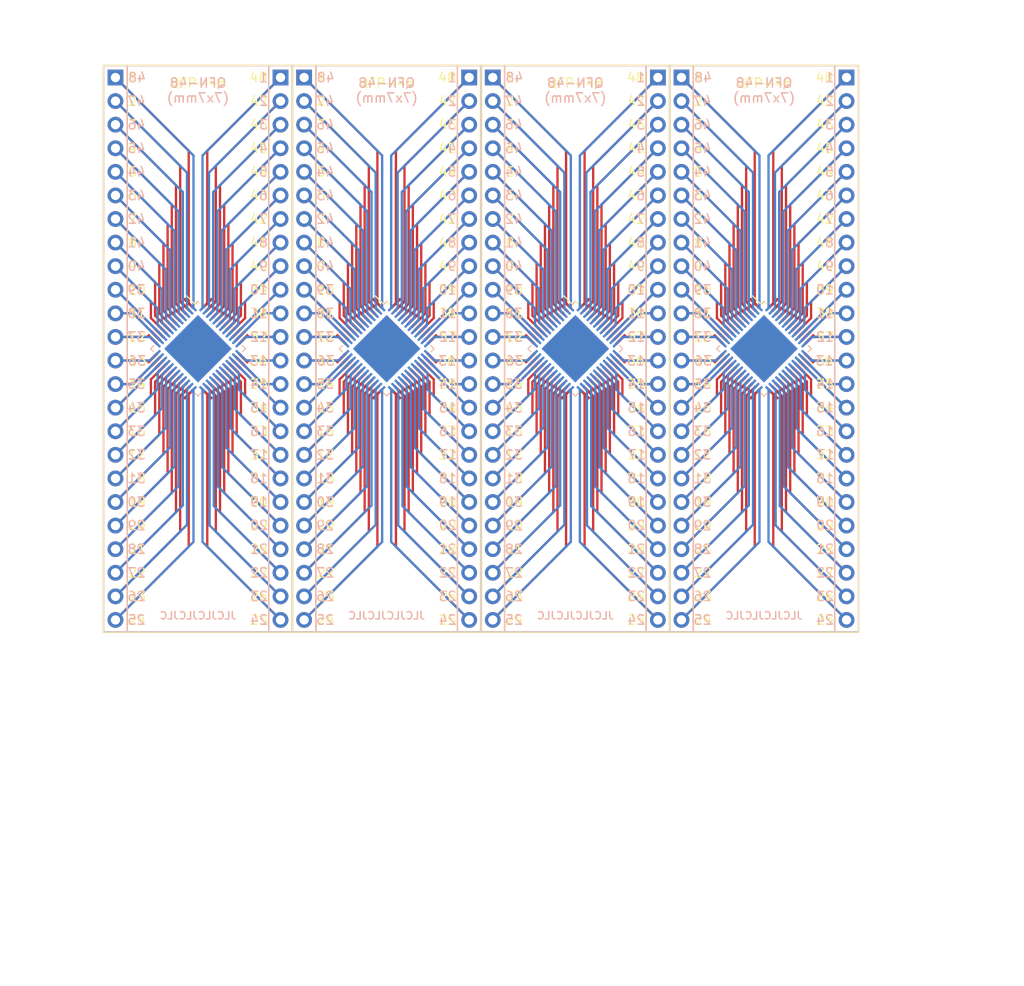
<source format=kicad_pcb>
(kicad_pcb (version 20221018) (generator pcbnew)
  (layers (0 "F.Cu" signal) (31 "B.Cu" signal) (34 "B.Paste" user) (35 "F.Paste" user) (36 "B.SilkS" user "B.Silkscreen") (37 "F.SilkS" user "F.Silkscreen") (38 "B.Mask" user) (39 "F.Mask" user) (44 "Edge.Cuts" user))
  (net 0 "")
  (net 1 "1")
  (net 2 "2")
  (net 3 "3")
  (net 4 "4")
  (net 5 "5")
  (net 6 "6")
  (net 7 "7")
  (net 8 "8")
  (net 9 "9")
  (net 10 "10")
  (net 11 "11")
  (net 12 "12")
  (net 13 "13")
  (net 14 "14")
  (net 15 "15")
  (net 16 "16")
  (net 17 "17")
  (net 18 "18")
  (net 19 "19")
  (net 20 "20")
  (net 21 "21")
  (net 22 "22")
  (net 23 "23")
  (net 24 "24")
  (net 25 "48")
  (net 26 "47")
  (net 27 "46")
  (net 28 "45")
  (net 29 "44")
  (net 30 "43")
  (net 31 "42")
  (net 32 "41")
  (net 33 "40")
  (net 34 "39")
  (net 35 "38")
  (net 36 "37")
  (net 37 "36")
  (net 38 "35")
  (net 39 "34")
  (net 40 "33")
  (net 41 "32")
  (net 42 "31")
  (net 43 "30")
  (net 44 "29")
  (net 45 "28")
  (net 46 "27")
  (net 47 "26")
  (net 48 "25")
  (footprint "Custom:PinHeader_1x24_P2.54mm_Vertical_no_silk" (layer "F.Cu") (at 168.91 26.67)
    (fp_text reference "J14" hide)
    (fp_text value "Conn_01x24" hide)
  )
  (footprint "Custom:PinHeader_1x24_P2.54mm_Vertical_no_silk" (layer "F.Cu") (at 130.81 26.67)
    (fp_text reference "J9" hide)
    (fp_text value "Conn_01x24" hide)
  )
  (footprint "Custom:PinHeader_1x24_P2.54mm_Vertical_no_silk" (layer "F.Cu") (at 128.27 26.67)
    (fp_text reference "J6" hide)
    (fp_text value "Conn_01x24" hide)
  )
  (footprint "Package_QFP:LQFP-48-1EP_7x7mm_P0.5mm_EP3.6x3.6mm" (layer "F.Cu") (at 99.06 55.88 -45)
    (fp_text reference "J3" hide)
    (fp_text value "Conn_02x24_Counter_Clockwise" hide)
  )
  (footprint "Custom:PinHeader_1x24_P2.54mm_Vertical_no_silk" (layer "F.Cu") (at 90.17 26.67)
    (fp_text reference "J1" hide)
    (fp_text value "Conn_01x24" hide)
  )
  (footprint "Package_QFP:LQFP-48-1EP_7x7mm_P0.5mm_EP3.6x3.6mm" (layer "F.Cu") (at 160.02 55.88 -45)
    (fp_text reference "J15" hide)
    (fp_text value "Conn_02x24_Counter_Clockwise" hide)
  )
  (footprint "Custom:PinHeader_1x24_P2.54mm_Vertical_no_silk" (layer "F.Cu") (at 151.13 26.67)
    (fp_text reference "J13" hide)
    (fp_text value "Conn_01x24" hide)
  )
  (footprint "Package_QFP:LQFP-48-1EP_7x7mm_P0.5mm_EP3.6x3.6mm" (layer "F.Cu") (at 139.7 55.88 -45)
    (fp_text reference "J11" hide)
    (fp_text value "Conn_02x24_Counter_Clockwise" hide)
  )
  (footprint "Custom:PinHeader_1x24_P2.54mm_Vertical_no_silk" (layer "F.Cu") (at 148.59 26.67)
    (fp_text reference "J10" hide)
    (fp_text value "Conn_01x24" hide)
  )
  (footprint "Custom:PinHeader_1x24_P2.54mm_Vertical_no_silk" (layer "F.Cu") (at 107.95 26.67)
    (fp_text reference "J2" hide)
    (fp_text value "Conn_01x24" hide)
  )
  (footprint "Package_QFP:LQFP-48-1EP_7x7mm_P0.5mm_EP3.6x3.6mm" (layer "F.Cu") (at 119.38 55.88 -45)
    (fp_text reference "J7" hide)
    (fp_text value "Conn_02x24_Counter_Clockwise" hide)
  )
  (footprint "Custom:PinHeader_1x24_P2.54mm_Vertical_no_silk" (layer "F.Cu") (at 110.49 26.67)
    (fp_text reference "J5" hide)
    (fp_text value "Conn_01x24" hide)
  )
  (footprint "Package_DFN_QFN:QFN-48-1EP_7x7mm_P0.5mm_EP5.15x5.15mm" (layer "B.Cu") (at 160.02 55.88 -135)
    (fp_text reference "J16" hide)
    (fp_text value "Conn_02x24_Counter_Clockwise" hide)
  )
  (footprint "Package_DFN_QFN:QFN-48-1EP_7x7mm_P0.5mm_EP5.15x5.15mm" (layer "B.Cu") (at 119.38 55.88 -135)
    (fp_text reference "J8" hide)
    (fp_text value "Conn_02x24_Counter_Clockwise" hide)
  )
  (footprint "Package_DFN_QFN:QFN-48-1EP_7x7mm_P0.5mm_EP5.15x5.15mm" (layer "B.Cu") (at 99.06 55.88 -135)
    (fp_text reference "J4" hide)
    (fp_text value "Conn_02x24_Counter_Clockwise" hide)
  )
  (footprint "Package_DFN_QFN:QFN-48-1EP_7x7mm_P0.5mm_EP5.15x5.15mm" (layer "B.Cu") (at 139.7 55.88 -135)
    (fp_text reference "J12" hide)
    (fp_text value "Conn_02x24_Counter_Clockwise" hide)
  )
  (gr_rect (start 109.22 25.4) (end 129.54 86.36) (stroke (width 0.15)) (fill none) (layer "B.SilkS"))
  (gr_rect (start 88.9 25.4) (end 109.22 86.36) (stroke (width 0.15)) (fill none) (layer "B.SilkS"))
  (gr_line (start 91.44 25.4) (end 91.44 86.36) (stroke (width 0.15)) (layer "B.SilkS"))
  (gr_line (start 111.76 25.4) (end 111.76 86.36) (stroke (width 0.15)) (layer "B.SilkS"))
  (gr_rect (start 129.54 25.4) (end 149.86 86.36) (stroke (width 0.15)) (fill none) (layer "B.SilkS"))
  (gr_line (start 127 25.4) (end 127 86.36) (stroke (width 0.15)) (layer "B.SilkS"))
  (gr_line (start 106.68 25.4) (end 106.68 86.36) (stroke (width 0.15)) (layer "B.SilkS"))
  (gr_line (start 167.64 25.4) (end 167.64 86.36) (stroke (width 0.15)) (layer "B.SilkS"))
  (gr_line (start 132.08 25.4) (end 132.08 86.36) (stroke (width 0.15)) (layer "B.SilkS"))
  (gr_line (start 147.32 25.4) (end 147.32 86.36) (stroke (width 0.15)) (layer "B.SilkS"))
  (gr_rect (start 149.86 25.4) (end 170.18 86.36) (stroke (width 0.15)) (fill none) (layer "B.SilkS"))
  (gr_line (start 152.4 25.4) (end 152.4 86.36) (stroke (width 0.15)) (layer "B.SilkS"))
  (gr_line (start 132.08 25.4) (end 132.08 86.36) (stroke (width 0.15)) (layer "F.SilkS"))
  (gr_line (start 147.32 25.4) (end 147.32 86.36) (stroke (width 0.15)) (layer "F.SilkS"))
  (gr_line (start 152.4 25.4) (end 152.4 86.36) (stroke (width 0.15)) (layer "F.SilkS"))
  (gr_rect (start 149.8 25.34) (end 170.24 86.42) (stroke (width 0.15)) (fill none) (layer "F.SilkS"))
  (gr_line (start 91.44 25.4) (end 91.44 86.36) (stroke (width 0.15)) (layer "F.SilkS"))
  (gr_line (start 111.76 25.4) (end 111.76 86.36) (stroke (width 0.15)) (layer "F.SilkS"))
  (gr_rect (start 129.48 25.34) (end 149.92 86.42) (stroke (width 0.15)) (fill none) (layer "F.SilkS"))
  (gr_line (start 106.68 25.4) (end 106.68 86.36) (stroke (width 0.15)) (layer "F.SilkS"))
  (gr_line (start 127 25.4) (end 127 86.36) (stroke (width 0.15)) (layer "F.SilkS"))
  (gr_rect (start 88.84 25.34) (end 109.28 86.42) (stroke (width 0.15)) (fill none) (layer "F.SilkS"))
  (gr_line (start 167.64 25.4) (end 167.64 86.36) (stroke (width 0.15)) (layer "F.SilkS"))
  (gr_rect (start 109.16 25.34) (end 129.6 86.42) (stroke (width 0.15)) (fill none) (layer "F.SilkS"))
  (gr_rect (start 149.86 25.4) (end 170.18 86.36) (stroke (width 0.1)) (fill none) (layer "Edge.Cuts"))
  (gr_rect (start 88.9 25.4) (end 109.22 86.36) (stroke (width 0.1)) (fill none) (layer "Edge.Cuts"))
  (gr_rect (start 129.54 25.4) (end 149.86 86.36) (stroke (width 0.1)) (fill none) (layer "Edge.Cuts"))
  (gr_rect (start 109.22 25.4) (end 129.54 86.36) (stroke (width 0.1)) (fill none) (layer "Edge.Cuts"))
  (gr_text "48" (at 91.44 26.67) (layer "B.SilkS") (effects (font (size 1 1)) (justify right mirror)))
  (gr_text "38" (at 132.02 52.07) (layer "B.SilkS") (effects (font (size 1 1)) (justify right mirror)))
  (gr_text "15" (at 106.68 62.23) (layer "B.SilkS") (effects (font (size 1 1)) (justify left mirror)))
  (gr_text "11" (at 106.68 52.07) (layer "B.SilkS") (effects (font (size 1 1)) (justify left mirror)))
  (gr_text "QFN-48\n(7x7mm)" (at 139.7 26.67) (layer "B.SilkS") (effects (font (size 1 1)) (justify top mirror)))
  (gr_text "33" (at 132.02 64.77) (layer "B.SilkS") (effects (font (size 1 1)) (justify right mirror)))
  (gr_text "44" (at 152.34 36.83) (layer "B.SilkS") (effects (font (size 1 1)) (justify right mirror)))
  (gr_text "15" (at 127 62.23) (layer "B.SilkS") (effects (font (size 1 1)) (justify left mirror)))
  (gr_text "2" (at 127 29.21) (layer "B.SilkS") (effects (font (size 1 1)) (justify left mirror)))
  (gr_text "23" (at 106.68 82.55) (layer "B.SilkS") (effects (font (size 1 1)) (justify left mirror)))
  (gr_text "22" (at 106.68 80.01) (layer "B.SilkS") (effects (font (size 1 1)) (justify left mirror)))
  (gr_text "41" (at 132.02 44.45) (layer "B.SilkS") (effects (font (size 1 1)) (justify right mirror)))
  (gr_text "15" (at 147.32 62.23) (layer "B.SilkS") (effects (font (size 1 1)) (justify left mirror)))
  (gr_text "3" (at 147.32 31.75) (layer "B.SilkS") (effects (font (size 1 1)) (justify left mirror)))
  (gr_text "41" (at 152.34 44.45) (layer "B.SilkS") (effects (font (size 1 1)) (justify right mirror)))
  (gr_text "31" (at 111.7 69.85) (layer "B.SilkS") (effects (font (size 1 1)) (justify right mirror)))
  (gr_text "21" (at 106.68 77.47) (layer "B.SilkS") (effects (font (size 1 1)) (justify left mirror)))
  (gr_text "8" (at 106.68 44.45) (layer "B.SilkS") (effects (font (size 1 1)) (justify left mirror)))
  (gr_text "11" (at 167.64 52.07) (layer "B.SilkS") (effects (font (size 1 1)) (justify left mirror)))
  (gr_text "23" (at 167.64 82.55) (layer "B.SilkS") (effects (font (size 1 1)) (justify left mirror)))
  (gr_text "8" (at 147.32 44.45) (layer "B.SilkS") (effects (font (size 1 1)) (justify left mirror)))
  (gr_text "9" (at 127 46.99) (layer "B.SilkS") (effects (font (size 1 1)) (justify left mirror)))
  (gr_text "45" (at 152.34 34.29) (layer "B.SilkS") (effects (font (size 1 1)) (justify right mirror)))
  (gr_text "35" (at 132.02 59.69) (layer "B.SilkS") (effects (font (size 1 1)) (justify right mirror)))
  (gr_text "26" (at 111.7 82.55) (layer "B.SilkS") (effects (font (size 1 1)) (justify right mirror)))
  (gr_text "36" (at 111.76 57.18) (layer "B.SilkS") (effects (font (size 1 1)) (justify right mirror)))
  (gr_text "18" (at 106.68 69.85) (layer "B.SilkS") (effects (font (size 1 1)) (justify left mirror)))
  (gr_text "24" (at 127 85.09) (layer "B.SilkS") (effects (font (size 1 1)) (justify left mirror)))
  (gr_text "20" (at 147.329594 74.894935) (layer "B.SilkS") (effects (font (size 1 1)) (justify left mirror)))
  (gr_text "46" (at 91.38 31.75) (layer "B.SilkS") (effects (font (size 1 1)) (justify right mirror)))
  (gr_text "24" (at 106.68 85.09) (layer "B.SilkS") (effects (font (size 1 1)) (justify left mirror)))
  (gr_text "17" (at 147.365163 67.292019) (layer "B.SilkS") (effects (font (size 1 1)) (justify left mirror)))
  (gr_text "39" (at 132.02 49.53) (layer "B.SilkS") (effects (font (size 1 1)) (justify right mirror)))
  (gr_text "28" (at 152.34 77.47) (layer "B.SilkS") (effects (font (size 1 1)) (justify right mirror)))
  (gr_text "25" (at 91.38 85.09) (layer "B.SilkS") (effects (font (size 1 1)) (justify right mirror)))
  (gr_text "21" (at 167.64 77.47) (layer "B.SilkS") (effects (font (size 1 1)) (justify left mirror)))
  (gr_text "4" (at 106.68 34.29) (layer "B.SilkS") (effects (font (size 1 1)) (justify left mirror)))
  (gr_text "20" (at 167.649594 74.894935) (layer "B.SilkS") (effects (font (size 1 1)) (justify left mirror)))
  (gr_text "5" (at 106.68 36.83) (layer "B.SilkS") (effects (font (size 1 1)) (justify left mirror)))
  (gr_text "14" (at 106.68 59.69) (layer "B.SilkS") (effects (font (size 1 1)) (justify left mirror)))
  (gr_text "18" (at 167.64 69.85) (layer "B.SilkS") (effects (font (size 1 1)) (justify left mirror)))
  (gr_text "48" (at 132.08 26.67) (layer "B.SilkS") (effects (font (size 1 1)) (justify right mirror)))
  (gr_text "34" (at 91.38 62.23) (layer "B.SilkS") (effects (font (size 1 1)) (justify right mirror)))
  (gr_text "4" (at 127 34.29) (layer "B.SilkS") (effects (font (size 1 1)) (justify left mirror)))
  (gr_text "JLCJLCJLCJLC" (at 99.06 85.09) (layer "B.SilkS") (effects (font (size 0.8 0.8)) (justify bottom mirror)))
  (gr_text "22" (at 147.32 80.01) (layer "B.SilkS") (effects (font (size 1 1)) (justify left mirror)))
  (gr_text "26" (at 91.38 82.55) (layer "B.SilkS") (effects (font (size 1 1)) (justify right mirror)))
  (gr_text "16" (at 127 64.77) (layer "B.SilkS") (effects (font (size 1 1)) (justify left mirror)))
  (gr_text "37" (at 152.34 54.61) (layer "B.SilkS") (effects (font (size 1 1)) (justify right mirror)))
  (gr_text "36" (at 132.08 57.18) (layer "B.SilkS") (effects (font (size 1 1)) (justify right mirror)))
  (gr_text "5" (at 167.64 36.83) (layer "B.SilkS") (effects (font (size 1 1)) (justify left mirror)))
  (gr_text "14" (at 147.32 59.69) (layer "B.SilkS") (effects (font (size 1 1)) (justify left mirror)))
  (gr_text "36" (at 91.44 57.18) (layer "B.SilkS") (effects (font (size 1 1)) (justify right mirror)))
  (gr_text "6" (at 147.32 39.37) (layer "B.SilkS") (effects (font (size 1 1)) (justify left mirror)))
  (gr_text "2" (at 167.64 29.21) (layer "B.SilkS") (effects (font (size 1 1)) (justify left mirror)))
  (gr_text "25" (at 132.02 85.09) (layer "B.SilkS") (effects (font (size 1 1)) (justify right mirror)))
  (gr_text "37" (at 111.7 54.61) (layer "B.SilkS") (effects (font (size 1 1)) (justify right mirror)))
  (gr_text "6" (at 127 39.37) (layer "B.SilkS") (effects (font (size 1 1)) (justify left mirror)))
  (gr_text "34" (at 152.34 62.23) (layer "B.SilkS") (effects (font (size 1 1)) (justify right mirror)))
  (gr_text "47" (at 91.38 29.21) (layer "B.SilkS") (effects (font (size 1 1)) (justify right mirror)))
  (gr_text "35" (at 152.34 59.69) (layer "B.SilkS") (effects (font (size 1 1)) (justify right mirror)))
  (gr_text "3" (at 127 31.75) (layer "B.SilkS") (effects (font (size 1 1)) (justify left mirror)))
  (gr_text "17" (at 127.045163 67.292019) (layer "B.SilkS") (effects (font (size 1 1)) (justify left mirror)))
  (gr_text "32" (at 111.7 67.31) (layer "B.SilkS") (effects (font (size 1 1)) (justify right mirror)))
  (gr_text "10" (at 106.68 49.53) (layer "B.SilkS") (effects (font (size 1 1)) (justify left mirror)))
  (gr_text "19" (at 106.68 72.39) (layer "B.SilkS") (effects (font (size 1 1)) (justify left mirror)))
  (gr_text "23" (at 127 82.55) (layer "B.SilkS") (effects (font (size 1 1)) (justify left mirror)))
  (gr_text "35" (at 91.38 59.69) (layer "B.SilkS") (effects (font (size 1 1)) (justify right mirror)))
  (gr_text "34" (at 111.7 62.23) (layer "B.SilkS") (effects (font (size 1 1)) (justify right mirror)))
  (gr_text "11" (at 127 52.07) (layer "B.SilkS") (effects (font (size 1 1)) (justify left mirror)))
  (gr_text "32" (at 132.02 67.31) (layer "B.SilkS") (effects (font (size 1 1)) (justify right mirror)))
  (gr_text "38" (at 91.38 52.07) (layer "B.SilkS") (effects (font (size 1 1)) (justify right mirror)))
  (gr_text "12" (at 106.68 54.61) (layer "B.SilkS") (effects (font (size 1 1)) (justify left mirror)))
  (gr_text "47" (at 152.34 29.21) (layer "B.SilkS") (effects (font (size 1 1)) (justify right mirror)))
  (gr_text "21" (at 147.32 77.47) (layer "B.SilkS") (effects (font (size 1 1)) (justify left mirror)))
  (gr_text "19" (at 127 72.39) (layer "B.SilkS") (effects (font (size 1 1)) (justify left mirror)))
  (gr_text "6" (at 167.64 39.37) (layer "B.SilkS") (effects (font (size 1 1)) (justify left mirror)))
  (gr_text "35" (at 111.7 59.69) (layer "B.SilkS") (effects (font (size 1 1)) (justify right mirror)))
  (gr_text "12" (at 127 54.61) (layer "B.SilkS") (effects (font (size 1 1)) (justify left mirror)))
  (gr_text "21" (at 127 77.47) (layer "B.SilkS") (effects (font (size 1 1)) (justify left mirror)))
  (gr_text "29" (at 152.34 74.93) (layer "B.SilkS") (effects (font (size 1 1)) (justify right mirror)))
  (gr_text "16" (at 106.68 64.77) (layer "B.SilkS") (effects (font (size 1 1)) (justify left mirror)))
  (gr_text "46" (at 132.02 31.75) (layer "B.SilkS") (effects (font (size 1 1)) (justify right mirror)))
  (gr_text "2" (at 106.68 29.21) (layer "B.SilkS") (effects (font (size 1 1)) (justify left mirror)))
  (gr_text "43" (at 111.7 39.37) (layer "B.SilkS") (effects (font (size 1 1)) (justify right mirror)))
  (gr_text "39" (at 91.38 49.53) (layer "B.SilkS") (effects (font (size 1 1)) (justify right mirror)))
  (gr_text "39" (at 111.7 49.53) (layer "B.SilkS") (effects (font (size 1 1)) (justify right mirror)))
  (gr_text "43" (at 132.02 39.37) (layer "B.SilkS") (effects (font (size 1 1)) (justify right mirror)))
  (gr_text "31" (at 91.38 69.85) (layer "B.SilkS") (effects (font (size 1 1)) (justify right mirror)))
  (gr_text "10" (at 147.32 49.53) (layer "B.SilkS") (effects (font (size 1 1)) (justify left mirror)))
  (gr_text "10" (at 127 49.53) (layer "B.SilkS") (effects (font (size 1 1)) (justify left mirror)))
  (gr_text "1" (at 147.32 26.67) (layer "B.SilkS") (effects (font (size 1 1)) (justify left mirror)))
  (gr_text "38" (at 111.7 52.07) (layer "B.SilkS") (effects (font (size 1 1)) (justify right mirror)))
  (gr_text "34" (at 132.02 62.23) (layer "B.SilkS") (effects (font (size 1 1)) (justify right mirror)))
  (gr_text "10" (at 167.64 49.53) (layer "B.SilkS") (effects (font (size 1 1)) (justify left mirror)))
  (gr_text "40" (at 91.38 46.99) (layer "B.SilkS") (effects (font (size 1 1)) (justify right mirror)))
  (gr_text "28" (at 91.38 77.47) (layer "B.SilkS") (effects (font (size 1 1)) (justify right mirror)))
  (gr_text "28" (at 132.02 77.47) (layer "B.SilkS") (effects (font (size 1 1)) (justify right mirror)))
  (gr_text "43" (at 91.38 39.37) (layer "B.SilkS") (effects (font (size 1 1)) (justify right mirror)))
  (gr_text "20" (at 127.009594 74.894935) (layer "B.SilkS") (effects (font (size 1 1)) (justify left mirror)))
  (gr_text "42" (at 91.38 41.91) (layer "B.SilkS") (effects (font (size 1 1)) (justify right mirror)))
  (gr_text "42" (at 152.34 41.91) (layer "B.SilkS") (effects (font (size 1 1)) (justify right mirror)))
  (gr_text "43" (at 152.34 39.37) (layer "B.SilkS") (effects (font (size 1 1)) (justify right mirror)))
  (gr_text "1" (at 106.68 26.67) (layer "B.SilkS") (effects (font (size 1 1)) (justify left mirror)))
  (gr_text "27" (at 132.02 80.01) (layer "B.SilkS") (effects (font (size 1 1)) (justify right mirror)))
  (gr_text "13" (at 167.58 57.18) (layer "B.SilkS") (effects (font (size 1 1)) (justify left mirror)))
  (gr_text "30" (at 91.38 72.39) (layer "B.SilkS") (effects (font (size 1 1)) (justify right mirror)))
  (gr_text "40" (at 132.02 46.99) (layer "B.SilkS") (effects (font (size 1 1)) (justify right mirror)))
  (gr_text "29" (at 111.7 74.93) (layer "B.SilkS") (effects (font (size 1 1)) (justify right mirror)))
  (gr_text "39" (at 152.34 49.53) (layer "B.SilkS") (effects (font (size 1 1)) (justify right mirror)))
  (gr_text "23" (at 147.32 82.55) (layer "B.SilkS") (effects (font (size 1 1)) (justify left mirror)))
  (gr_text "24" (at 147.32 85.09) (layer "B.SilkS") (effects (font (size 1 1)) (justify left mirror)))
  (gr_text "22" (at 127 80.01) (layer "B.SilkS") (effects (font (size 1 1)) (justify left mirror)))
  (gr_text "22" (at 167.64 80.01) (layer "B.SilkS") (effects (font (size 1 1)) (justify left mirror)))
  (gr_text "36" (at 152.4 57.18) (layer "B.SilkS") (effects (font (size 1 1)) (justify right mirror)))
  (gr_text "17" (at 106.725163 67.292019) (layer "B.SilkS") (effects (font (size 1 1)) (justify left mirror)))
  (gr_text "47" (at 132.02 29.21) (layer "B.SilkS") (effects (font (size 1 1)) (justify right mirror)))
  (gr_text "45" (at 111.7 34.29) (layer "B.SilkS") (effects (font (size 1 1)) (justify right mirror)))
  (gr_text "33" (at 152.34 64.77) (layer "B.SilkS") (effects (font (size 1 1)) (justify right mirror)))
  (gr_text "7" (at 147.32 41.91) (layer "B.SilkS") (effects (font (size 1 1)) (justify left mirror)))
  (gr_text "16" (at 167.64 64.77) (layer "B.SilkS") (effects (font (size 1 1)) (justify left mirror)))
  (gr_text "5" (at 127 36.83) (layer "B.SilkS") (effects (font (size 1 1)) (justify left mirror)))
  (gr_text "11" (at 147.32 52.07) (layer "B.SilkS") (effects (font (size 1 1)) (justify left mirror)))
  (gr_text "9" (at 167.64 46.99) (layer "B.SilkS") (effects (font (size 1 1)) (justify left mirror)))
  (gr_text "31" (at 152.34 69.85) (layer "B.SilkS") (effects (font (size 1 1)) (justify right mirror)))
  (gr_text "25" (at 152.34 85.09) (layer "B.SilkS") (effects (font (size 1 1)) (justify right mirror)))
  (gr_text "14" (at 127 59.69) (layer "B.SilkS") (effects (font (size 1 1)) (justify left mirror)))
  (gr_text "QFN-48\n(7x7mm)" (at 99.06 26.67) (layer "B.SilkS") (effects (font (size 1 1)) (justify top mirror)))
  (gr_text "7" (at 106.68 41.91) (layer "B.SilkS") (effects (font (size 1 1)) (justify left mirror)))
  (gr_text "38" (at 152.34 52.07) (layer "B.SilkS") (effects (font (size 1 1)) (justify right mirror)))
  (gr_text "45" (at 132.02 34.29) (layer "B.SilkS") (effects (font (size 1 1)) (justify right mirror)))
  (gr_text "29" (at 91.38 74.93) (layer "B.SilkS") (effects (font (size 1 1)) (justify right mirror)))
  (gr_text "QFN-48\n(7x7mm)" (at 160.02 26.67) (layer "B.SilkS") (effects (font (size 1 1)) (justify top mirror)))
  (gr_text "44" (at 91.38 36.83) (layer "B.SilkS") (effects (font (size 1 1)) (justify right mirror)))
  (gr_text "46" (at 111.7 31.75) (layer "B.SilkS") (effects (font (size 1 1)) (justify right mirror)))
  (gr_text "19" (at 167.64 72.39) (layer "B.SilkS") (effects (font (size 1 1)) (justify left mirror)))
  (gr_text "32" (at 152.34 67.31) (layer "B.SilkS") (effects (font (size 1 1)) (justify right mirror)))
  (gr_text "3" (at 167.64 31.75) (layer "B.SilkS") (effects (font (size 1 1)) (justify left mirror)))
  (gr_text "14" (at 167.64 59.69) (layer "B.SilkS") (effects (font (size 1 1)) (justify left mirror)))
  (gr_text "7" (at 167.64 41.91) (layer "B.SilkS") (effects (font (size 1 1)) (justify left mirror)))
  (gr_text "3" (at 106.68 31.75) (layer "B.SilkS") (effects (font (size 1 1)) (justify left mirror)))
  (gr_text "30" (at 111.7 72.39) (layer "B.SilkS") (effects (font (size 1 1)) (justify right mirror)))
  (gr_text "30" (at 152.34 72.39) (layer "B.SilkS") (effects (font (size 1 1)) (justify right mirror)))
  (gr_text "2" (at 147.32 29.21) (layer "B.SilkS") (effects (font (size 1 1)) (justify left mirror)))
  (gr_text "24" (at 167.64 85.09) (layer "B.SilkS") (effects (font (size 1 1)) (justify left mirror)))
  (gr_text "4" (at 147.32 34.29) (layer "B.SilkS") (effects (font (size 1 1)) (justify left mirror)))
  (gr_text "JLCJLCJLCJLC" (at 160.02 85.09) (layer "B.SilkS") (effects (font (size 0.8 0.8)) (justify bottom mirror)))
  (gr_text "46" (at 152.34 31.75) (layer "B.SilkS") (effects (font (size 1 1)) (justify right mirror)))
  (gr_text "9" (at 147.32 46.99) (layer "B.SilkS") (effects (font (size 1 1)) (justify left mirror)))
  (gr_text "18" (at 147.32 69.85) (layer "B.SilkS") (effects (font (size 1 1)) (justify left mirror)))
  (gr_text "18" (at 127 69.85) (layer "B.SilkS") (effects (font (size 1 1)) (justify left mirror)))
  (gr_text "28" (at 111.7 77.47) (layer "B.SilkS") (effects (font (size 1 1)) (justify right mirror)))
  (gr_text "25" (at 111.7 85.09) (layer "B.SilkS") (effects (font (size 1 1)) (justify right mirror)))
  (gr_text "8" (at 167.64 44.45) (layer "B.SilkS") (effects (font (size 1 1)) (justify left mirror)))
  (gr_text "42" (at 111.7 41.91) (layer "B.SilkS") (effects (font (size 1 1)) (justify right mirror)))
  (gr_text "37" (at 132.02 54.61) (layer "B.SilkS") (effects (font (size 1 1)) (justify right mirror)))
  (gr_text "1" (at 127 26.67) (layer "B.SilkS") (effects (font (size 1 1)) (justify left mirror)))
  (gr_text "48" (at 111.76 26.67) (layer "B.SilkS") (effects (font (size 1 1)) (justify right mirror)))
  (gr_text "26" (at 152.34 82.55) (layer "B.SilkS") (effects (font (size 1 1)) (justify right mirror)))
  (gr_text "45" (at 91.38 34.29) (layer "B.SilkS") (effects (font (size 1 1)) (justify right mirror)))
  (gr_text "6" (at 106.68 39.37) (layer "B.SilkS") (effects (font (size 1 1)) (justify left mirror)))
  (gr_text "4" (at 167.64 34.29) (layer "B.SilkS") (effects (font (size 1 1)) (justify left mirror)))
  (gr_text "48" (at 152.4 26.67) (layer "B.SilkS") (effects (font (size 1 1)) (justify right mirror)))
  (gr_text "32" (at 91.38 67.31) (layer "B.SilkS") (effects (font (size 1 1)) (justify right mirror)))
  (gr_text "27" (at 152.34 80.01) (layer "B.SilkS") (effects (font (size 1 1)) (justify right mirror)))
  (gr_text "JLCJLCJLCJLC" (at 139.7 85.09) (layer "B.SilkS") (effects (font (size 0.8 0.8)) (justify bottom mirror)))
  (gr_text "29" (at 132.02 74.93) (layer "B.SilkS") (effects (font (size 1 1)) (justify right mirror)))
  (gr_text "41" (at 111.7 44.45) (layer "B.SilkS") (effects (font (size 1 1)) (justify right mirror)))
  (gr_text "13" (at 126.94 57.18) (layer "B.SilkS") (effects (font (size 1 1)) (justify left mirror)))
  (gr_text "44" (at 111.7 36.83) (layer "B.SilkS") (effects (font (size 1 1)) (justify right mirror)))
  (gr_text "17" (at 167.685163 67.292019) (layer "B.SilkS") (effects (font (size 1 1)) (justify left mirror)))
  (gr_text "41" (at 91.38 44.45) (layer "B.SilkS") (effects (font (size 1 1)) (justify right mirror)))
  (gr_text "QFN-48\n(7x7mm)" (at 119.38 26.67) (layer "B.SilkS") (effects (font (size 1 1)) (justify top mirror)))
  (gr_text "9" (at 106.68 46.99) (layer "B.SilkS") (effects (font (size 1 1)) (justify left mirror)))
  (gr_text "33" (at 111.7 64.77) (layer "B.SilkS") (effects (font (size 1 1)) (justify right mirror)))
  (gr_text "27" (at 111.7 80.01) (layer "B.SilkS") (effects (font (size 1 1)) (justify right mirror)))
  (gr_text "12" (at 147.32 54.61) (layer "B.SilkS") (effects (font (size 1 1)) (justify left mirror)))
  (gr_text "15" (at 167.64 62.23) (layer "B.SilkS") (effects (font (size 1 1)) (justify left mirror)))
  (gr_text "40" (at 152.34 46.99) (layer "B.SilkS") (effects (font (size 1 1)) (justify right mirror)))
  (gr_text "30" (at 132.02 72.39) (layer "B.SilkS") (effects (font (size 1 1)) (justify right mirror)))
  (gr_text "47" (at 111.7 29.21) (layer "B.SilkS") (effects (font (size 1 1)) (justify right mirror)))
  (gr_text "37" (at 91.38 54.61) (layer "B.SilkS") (effects (font (size 1 1)) (justify right mirror)))
  (gr_text "JLCJLCJLCJLC" (at 119.38 85.09) (layer "B.SilkS") (effects (font (size 0.8 0.8)) (justify bottom mirror)))
  (gr_text "5" (at 147.32 36.83) (layer "B.SilkS") (effects (font (size 1 1)) (justify left mirror)))
  (gr_text "13" (at 106.62 57.18) (layer "B.SilkS") (effects (font (size 1 1)) (justify left mirror)))
  (gr_text "40" (at 111.7 46.99) (layer "B.SilkS") (effects (font (size 1 1)) (justify right mirror)))
  (gr_text "1" (at 167.64 26.67) (layer "B.SilkS") (effects (font (size 1 1)) (justify left mirror)))
  (gr_text "31" (at 132.02 69.85) (layer "B.SilkS") (effects (font (size 1 1)) (justify right mirror)))
  (gr_text "8" (at 127 44.45) (layer "B.SilkS") (effects (font (size 1 1)) (justify left mirror)))
  (gr_text "16" (at 147.32 64.77) (layer "B.SilkS") (effects (font (size 1 1)) (justify left mirror)))
  (gr_text "44" (at 132.02 36.83) (layer "B.SilkS") (effects (font (size 1 1)) (justify right mirror)))
  (gr_text "19" (at 147.32 72.39) (layer "B.SilkS") (effects (font (size 1 1)) (justify left mirror)))
  (gr_text "27" (at 91.38 80.01) (layer "B.SilkS") (effects (font (size 1 1)) (justify right mirror)))
  (gr_text "13" (at 147.26 57.18) (layer "B.SilkS") (effects (font (size 1 1)) (justify left mirror)))
  (gr_text "42" (at 132.02 41.91) (layer "B.SilkS") (effects (font (size 1 1)) (justify right mirror)))
  (gr_text "12" (at 167.64 54.61) (layer "B.SilkS") (effects (font (size 1 1)) (justify left mirror)))
  (gr_text "7" (at 127 41.91) (layer "B.SilkS") (effects (font (size 1 1)) (justify left mirror)))
  (gr_text "33" (at 91.38 64.77) (layer "B.SilkS") (effects (font (size 1 1)) (justify right mirror)))
  (gr_text "20" (at 106.689594 74.894935) (layer "B.SilkS") (effects (font (size 1 1)) (justify left mirror)))
  (gr_text "26" (at 132.02 82.55) (layer "B.SilkS") (effects (font (size 1 1)) (justify right mirror)))
  (gr_text "34" (at 147.32 62.23) (layer "F.SilkS") (effects (font (size 1 1)) (justify right)))
  (gr_text "8" (at 152.4 44.45) (layer "F.SilkS") (effects (font (size 1 1)) (justify left)))
  (gr_text "22" (at 132.08 80.01) (layer "F.SilkS") (effects (font (size 1 1)) (justify left)))
  (gr_text "16" (at 111.76 64.77) (layer "F.SilkS") (effects (font (size 1 1)) (justify left)))
  (gr_text "26" (at 167.64 82.55) (layer "F.SilkS") (effects (font (size 1 1)) (justify right)))
  (gr_text "20" (at 91.430406 74.894935) (layer "F.SilkS") (effects (font (size 1 1)) (justify left)))
  (gr_text "29" (at 167.64 74.93) (layer "F.SilkS") (effects (font (size 1 1)) (justify right)))
  (gr_text "37" (at 167.64 54.61) (layer "F.SilkS") (effects (font (size 1 1)) (justify right)))
  (gr_text "41" (at 147.32 44.45) (layer "F.SilkS") (effects (font (size 1 1)) (justify right)))
  (gr_text "16" (at 132.08 64.77) (layer "F.SilkS") (effects (font (size 1 1)) (justify left)))
  (gr_text "44" (at 106.68 36.83) (layer "F.SilkS") (effects (font (size 1 1)) (justify right)))
  (gr_text "14" (at 111.76 59.69) (layer "F.SilkS") (effects (font (size 1 1)) (justify left)))
  (gr_text "31" (at 127 69.85) (layer "F.SilkS") (effects (font (size 1 1)) (justify right)))
  (gr_text "24" (at 111.76 85.09) (layer "F.SilkS") (effects (font (size 1 1)) (justify left)))
  (gr_text "47" (at 167.64 29.21) (layer "F.SilkS") (effects (font (size 1 1)) (justify right)))
  (gr_text "28" (at 167.64 77.47) (layer "F.SilkS") (effects (font (size 1 1)) (justify right)))
  (gr_text "38" (at 127 52.07) (layer "F.SilkS") (effects (font (size 1 1)) (justify right)))
  (gr_text "1" (at 132.08 26.67) (layer "F.SilkS") (effects (font (size 1 1)) (justify left)))
  (gr_text "46" (at 127 31.75) (layer "F.SilkS") (effects (font (size 1 1)) (justify right)))
  (gr_text "26" (at 147.32 82.55) (layer "F.SilkS") (effects (font (size 1 1)) (justify right)))
  (gr_text "10" (at 111.76 49.53) (layer "F.SilkS") (effects (font (size 1 1)) (justify left)))
  (gr_text "30" (at 167.64 72.39) (layer "F.SilkS") (effects (font (size 1 1)) (justify right)))
  (gr_text "46" (at 147.32 31.75) (layer "F.SilkS") (effects (font (size 1 1)) (justify right)))
  (gr_text "21" (at 91.44 77.47) (layer "F.SilkS") (effects (font (size 1 1)) (justify left)))
  (gr_text "15" (at 91.44 62.23) (layer "F.SilkS") (effects (font (size 1 1)) (justify left)))
  (gr_text "16" (at 152.4 64.77) (layer "F.SilkS") (effects (font (size 1 1)) (justify left)))
  (gr_text "21" (at 111.76 77.47) (layer "F.SilkS") (effects (font (size 1 1)) (justify left)))
  (gr_text "40" (at 167.64 46.99) (layer "F.SilkS") (effects (font (size 1 1)) (justify right)))
  (gr_text "18" (at 91.44 69.85) (layer "F.SilkS") (effects (font (size 1 1)) (justify left)))
  (gr_text "37" (at 106.68 54.61) (layer "F.SilkS") (effects (font (size 1 1)) (justify right)))
  (gr_text "26" (at 127 82.55) (layer "F.SilkS") (effects (font (size 1 1)) (justify right)))
  (gr_text "47" (at 127 29.21) (layer "F.SilkS") (effects (font (size 1 1)) (justify right)))
  (gr_text "24" (at 91.44 85.09) (layer "F.SilkS") (effects (font (size 1 1)) (justify left)))
  (gr_text "13" (at 91.5 57.18) (layer "F.SilkS") (effects (font (size 1 1)) (justify left)))
  (gr_text "5" (at 152.4 36.83) (layer "F.SilkS") (effects (font (size 1 1)) (justify left)))
  (gr_text "47" (at 106.68 29.21) (layer "F.SilkS") (effects (font (size 1 1)) (justify right)))
  (gr_text "44" (at 167.64 36.83) (layer "F.SilkS") (effects (font (size 1 1)) (justify right)))
  (gr_text "41" (at 167.64 44.45) (layer "F.SilkS") (effects (font (size 1 1)) (justify right)))
  (gr_text "36" (at 167.58 57.18) (layer "F.SilkS") (effects (font (size 1 1)) (justify right)))
  (gr_text "6" (at 132.08 39.37) (layer "F.SilkS") (effects (font (size 1 1)) (justify left)))
  (gr_text "31" (at 106.68 69.85) (layer "F.SilkS") (effects (font (size 1 1)) (justify right)))
  (gr_text "1" (at 91.44 26.67) (layer "F.SilkS") (effects (font (size 1 1)) (justify left)))
  (gr_text "32" (at 127 67.31) (layer "F.SilkS") (effects (font (size 1 1)) (justify right)))
  (gr_text "14" (at 91.44 59.69) (layer "F.SilkS") (effects (font (size 1 1)) (justify left)))
  (gr_text "15" (at 152.4 62.23) (layer "F.SilkS") (effects (font (size 1 1)) (justify left)))
  (gr_text "QFP-48" (at 139.7 26.67) (layer "F.SilkS") (effects (font (size 1 1)) (justify top)))
  (gr_text "22" (at 152.4 80.01) (layer "F.SilkS") (effects (font (size 1 1)) (justify left)))
  (gr_text "13" (at 111.82 57.18) (layer "F.SilkS") (effects (font (size 1 1)) (justify left)))
  (gr_text "20" (at 152.390406 74.894935) (layer "F.SilkS") (effects (font (size 1 1)) (justify left)))
  (gr_text "10" (at 152.4 49.53) (layer "F.SilkS") (effects (font (size 1 1)) (justify left)))
  (gr_text "37" (at 127 54.61) (layer "F.SilkS") (effects (font (size 1 1)) (justify right)))
  (gr_text "5" (at 132.08 36.83) (layer "F.SilkS") (effects (font (size 1 1)) (justify left)))
  (gr_text "34" (at 106.68 62.23) (layer "F.SilkS") (effects (font (size 1 1)) (justify right)))
  (gr_text "27" (at 167.64 80.01) (layer "F.SilkS") (effects (font (size 1 1)) (justify right)))
  (gr_text "17" (at 132.034837 67.292019) (layer "F.SilkS") (effects (font (size 1 1)) (justify left)))
  (gr_text "25" (at 167.64 85.09) (layer "F.SilkS") (effects (font (size 1 1)) (justify right)))
  (gr_text "23" (at 132.08 82.55) (layer "F.SilkS") (effects (font (size 1 1)) (justify left)))
  (gr_text "21" (at 152.4 77.47) (layer "F.SilkS") (effects (font (size 1 1)) (justify left)))
  (gr_text "28" (at 106.68 77.47) (layer "F.SilkS") (effects (font (size 1 1)) (justify right)))
  (gr_text "42" (at 106.68 41.91) (layer "F.SilkS") (effects (font (size 1 1)) (justify right)))
  (gr_text "33" (at 106.68 64.77) (layer "F.SilkS") (effects (font (size 1 1)) (justify right)))
  (gr_text "16" (at 91.44 64.77) (layer "F.SilkS") (effects (font (size 1 1)) (justify left)))
  (gr_text "48" (at 126.94 26.67) (layer "F.SilkS") (effects (font (size 1 1)) (justify right)))
  (gr_text "31" (at 147.32 69.85) (layer "F.SilkS") (effects (font (size 1 1)) (justify right)))
  (gr_text "23" (at 111.76 82.55) (layer "F.SilkS") (effects (font (size 1 1)) (justify left)))
  (gr_text "48" (at 106.62 26.67) (layer "F.SilkS") (effects (font (size 1 1)) (justify right)))
  (gr_text "28" (at 147.32 77.47) (layer "F.SilkS") (effects (font (size 1 1)) (justify right)))
  (gr_text "23" (at 152.4 82.55) (layer "F.SilkS") (effects (font (size 1 1)) (justify left)))
  (gr_text "20" (at 132.070406 74.894935) (layer "F.SilkS") (effects (font (size 1 1)) (justify left)))
  (gr_text "43" (at 127 39.37) (layer "F.SilkS") (effects (font (size 1 1)) (justify right)))
  (gr_text "43" (at 106.68 39.37) (layer "F.SilkS") (effects (font (size 1 1)) (justify right)))
  (gr_text "27" (at 106.68 80.01) (layer "F.SilkS") (effects (font (size 1 1)) (justify right)))
  (gr_text "40" (at 127 46.99) (layer "F.SilkS") (effects (font (size 1 1)) (justify right)))
  (gr_text "30" (at 127 72.39) (layer "F.SilkS") (effects (font (size 1 1)) (justify right)))
  (gr_text "35" (at 167.64 59.69) (layer "F.SilkS") (effects (font (size 1 1)) (justify right)))
  (gr_text "12" (at 91.44 54.61) (layer "F.SilkS") (effects (font (size 1 1)) (justify left)))
  (gr_text "3" (at 152.4 31.75) (layer "F.SilkS") (effects (font (size 1 1)) (justify left)))
  (gr_text "7" (at 132.08 41.91) (layer "F.SilkS") (effects (font (size 1 1)) (justify left)))
  (gr_text "7" (at 111.76 41.91) (layer "F.SilkS") (effects (font (size 1 1)) (justify left)))
  (gr_text "39" (at 106.68 49.53) (layer "F.SilkS") (effects (font (size 1 1)) (justify right)))
  (gr_text "2" (at 132.08 29.21) (layer "F.SilkS") (effects (font (size 1 1)) (justify left)))
  (gr_text "5" (at 111.76 36.83) (layer "F.SilkS") (effects (font (size 1 1)) (justify left)))
  (gr_text "46" (at 167.64 31.75) (layer "F.SilkS") (effects (font (size 1 1)) (justify right)))
  (gr_text "22" (at 91.44 80.01) (layer "F.SilkS") (effects (font (size 1 1)) (justify left)))
  (gr_text "26" (at 106.68 82.55) (layer "F.SilkS") (effects (font (size 1 1)) (justify right)))
  (gr_text "45" (at 147.32 34.29) (layer "F.SilkS") (effects (font (size 1 1)) (justify right)))
  (gr_text "2" (at 91.44 29.21) (layer "F.SilkS") (effects (font (size 1 1)) (justify left)))
  (gr_text "QFP-48" (at 99.06 26.67) (layer "F.SilkS") (effects (font (size 1 1)) (justify top)))
  (gr_text "45" (at 106.68 34.29) (layer "F.SilkS") (effects (font (size 1 1)) (justify right)))
  (gr_text "12" (at 152.4 54.61) (layer "F.SilkS") (effects (font (size 1 1)) (justify left)))
  (gr_text "7" (at 152.4 41.91) (layer "F.SilkS") (effects (font (size 1 1)) (justify left)))
  (gr_text "47" (at 147.32 29.21) (layer "F.SilkS") (effects (font (size 1 1)) (justify right)))
  (gr_text "12" (at 111.76 54.61) (layer "F.SilkS") (effects (font (size 1 1)) (justify left)))
  (gr_text "13" (at 132.14 57.18) (layer "F.SilkS") (effects (font (size 1 1)) (justify left)))
  (gr_text "45" (at 127 34.29) (layer "F.SilkS") (effects (font (size 1 1)) (justify right)))
  (gr_text "3" (at 111.76 31.75) (layer "F.SilkS") (effects (font (size 1 1)) (justify left)))
  (gr_text "48" (at 167.58 26.67) (layer "F.SilkS") (effects (font (size 1 1)) (justify right)))
  (gr_text "2" (at 111.76 29.21) (layer "F.SilkS") (effects (font (size 1 1)) (justify left)))
  (gr_text "19" (at 111.76 72.39) (layer "F.SilkS") (effects (font (size 1 1)) (justify left)))
  (gr_text "42" (at 127 41.91) (layer "F.SilkS") (effects (font (size 1 1)) (justify right)))
  (gr_text "10" (at 91.44 49.53) (layer "F.SilkS") (effects (font (size 1 1)) (justify left)))
  (gr_text "1" (at 111.76 26.67) (layer "F.SilkS") (effects (font (size 1 1)) (justify left)))
  (gr_text "38" (at 167.64 52.07) (layer "F.SilkS") (effects (font (size 1 1)) (justify right)))
  (gr_text "14" (at 152.4 59.69) (layer "F.SilkS") (effects (font (size 1 1)) (justify left)))
  (gr_text "QFP-48" (at 160.02 26.67) (layer "F.SilkS") (effects (font (size 1 1)) (justify top)))
  (gr_text "42" (at 167.64 41.91) (layer "F.SilkS") (effects (font (size 1 1)) (justify right)))
  (gr_text "37" (at 147.32 54.61) (layer "F.SilkS") (effects (font (size 1 1)) (justify right)))
  (gr_text "8" (at 111.76 44.45) (layer "F.SilkS") (effects (font (size 1 1)) (justify left)))
  (gr_text "17" (at 91.394837 67.292019) (layer "F.SilkS") (effects (font (size 1 1)) (justify left)))
  (gr_text "3" (at 132.08 31.75) (layer "F.SilkS") (effects (font (size 1 1)) (justify left)))
  (gr_text "25" (at 127 85.09) (layer "F.SilkS") (effects (font (size 1 1)) (justify right)))
  (gr_text "30" (at 147.32 72.39) (layer "F.SilkS") (effects (font (size 1 1)) (justify right)))
  (gr_text "36" (at 147.26 57.18) (layer "F.SilkS") (effects (font (size 1 1)) (justify right)))
  (gr_text "45" (at 167.64 34.29) (layer "F.SilkS") (effects (font (size 1 1)) (justify right)))
  (gr_text "9" (at 132.08 46.99) (layer "F.SilkS") (effects (font (size 1 1)) (justify left)))
  (gr_text "21" (at 132.08 77.47) (layer "F.SilkS") (effects (font (size 1 1)) (justify left)))
  (gr_text "44" (at 127 36.83) (layer "F.SilkS") (effects (font (size 1 1)) (justify right)))
  (gr_text "6" (at 152.4 39.37) (layer "F.SilkS") (effects (font (size 1 1)) (justify left)))
  (gr_text "40" (at 106.68 46.99) (layer "F.SilkS") (effects (font (size 1 1)) (justify right)))
  (gr_text "41" (at 106.68 44.45) (layer "F.SilkS") (effects (font (size 1 1)) (justify right)))
  (gr_text "15" (at 132.08 62.23) (layer "F.SilkS") (effects (font (size 1 1)) (justify left)))
  (gr_text "18" (at 132.08 69.85) (layer "F.SilkS") (effects (font (size 1 1)) (justify left)))
  (gr_text "22" (at 111.76 80.01) (layer "F.SilkS") (effects (font (size 1 1)) (justify left)))
  (gr_text "11" (at 132.08 52.07) (layer "F.SilkS") (effects (font (size 1 1)) (justify left)))
  (gr_text "5" (at 91.44 36.83) (layer "F.SilkS") (effects (font (size 1 1)) (justify left)))
  (gr_text "33" (at 167.64 64.77) (layer "F.SilkS") (effects (font (size 1 1)) (justify right)))
  (gr_text "4" (at 111.76 34.29) (layer "F.SilkS") (effects (font (size 1 1)) (justify left)))
  (gr_text "32" (at 167.64 67.31) (layer "F.SilkS") (effects (font (size 1 1)) (justify right)))
  (gr_text "17" (at 152.354837 67.292019) (layer "F.SilkS") (effects (font (size 1 1)) (justify left)))
  (gr_text "28" (at 127 77.47) (layer "F.SilkS") (effects (font (size 1 1)) (justify right)))
  (gr_text "6" (at 111.76 39.37) (layer "F.SilkS") (effects (font (size 1 1)) (justify left)))
  (gr_text "18" (at 152.4 69.85) (layer "F.SilkS") (effects (font (size 1 1)) (justify left)))
  (gr_text "11" (at 91.44 52.07) (layer "F.SilkS") (effects (font (size 1 1)) (justify left)))
  (gr_text "4" (at 152.4 34.29) (layer "F.SilkS") (effects (font (size 1 1)) (justify left)))
  (gr_text "36" (at 126.94 57.18) (layer "F.SilkS") (effects (font (size 1 1)) (justify right)))
  (gr_text "34" (at 127 62.23) (layer "F.SilkS") (effects (font (size 1 1)) (justify right)))
  (gr_text "9" (at 111.76 46.99) (layer "F.SilkS") (effects (font (size 1 1)) (justify left)))
  (gr_text "29" (at 127 74.93) (layer "F.SilkS") (effects (font (size 1 1)) (justify right)))
  (gr_text "24" (at 152.4 85.09) (layer "F.SilkS") (effects (font (size 1 1)) (justify left)))
  (gr_text "44" (at 147.32 36.83) (layer "F.SilkS") (effects (font (size 1 1)) (justify right)))
  (gr_text "35" (at 147.32 59.69) (layer "F.SilkS") (effects (font (size 1 1)) (justify right)))
  (gr_text "7" (at 91.44 41.91) (layer "F.SilkS") (effects (font (size 1 1)) (justify left)))
  (gr_text "42" (at 147.32 41.91) (layer "F.SilkS") (effects (font (size 1 1)) (justify right)))
  (gr_text "33" (at 147.32 64.77) (layer "F.SilkS") (effects (font (size 1 1)) (justify right)))
  (gr_text "41" (at 127 44.45) (layer "F.SilkS") (effects (font (size 1 1)) (justify right)))
  (gr_text "10" (at 132.08 49.53) (layer "F.SilkS") (effects (font (size 1 1)) (justify left)))
  (gr_text "13" (at 152.46 57.18) (layer "F.SilkS") (effects (font (size 1 1)) (justify left)))
  (gr_text "15" (at 111.76 62.23) (layer "F.SilkS") (effects (font (size 1 1)) (justify left)))
  (gr_text "4" (at 132.08 34.29) (layer "F.SilkS") (effects (font (size 1 1)) (justify left)))
  (gr_text "46" (at 106.68 31.75) (layer "F.SilkS") (effects (font (size 1 1)) (justify right)))
  (gr_text "32" (at 147.32 67.31) (layer "F.SilkS") (effects (font (size 1 1)) (justify right)))
  (gr_text "40" (at 147.32 46.99) (layer "F.SilkS") (effects (font (size 1 1)) (justify right)))
  (gr_text "48" (at 147.26 26.67) (layer "F.SilkS") (effects (font (size 1 1)) (justify right)))
  (gr_text "38" (at 106.68 52.07) (layer "F.SilkS") (effects (font (size 1 1)) (justify right)))
  (gr_text "35" (at 127 59.69) (layer "F.SilkS") (effects (font (size 1 1)) (justify right)))
  (gr_text "29" (at 147.32 74.93) (layer "F.SilkS") (effects (font (size 1 1)) (justify right)))
  (gr_text "39" (at 127 49.53) (layer "F.SilkS") (effects (font (size 1 1)) (justify right)))
  (gr_text "17" (at 111.714837 67.292019) (layer "F.SilkS") (effects (font (size 1 1)) (justify left)))
  (gr_text "2" (at 152.4 29.21) (layer "F.SilkS") (effects (font (size 1 1)) (justify left)))
  (gr_text "11" (at 152.4 52.07) (layer "F.SilkS") (effects (font (size 1 1)) (justify left)))
  (gr_text "1" (at 152.4 26.67) (layer "F.SilkS") (effects (font (size 1 1)) (justify left)))
  (gr_text "4" (at 91.44 34.29) (layer "F.SilkS") (effects (font (size 1 1)) (justify left)))
  (gr_text "29" (at 106.68 74.93) (layer "F.SilkS") (effects (font (size 1 1)) (justify right)))
  (gr_text "39" (at 147.32 49.53) (layer "F.SilkS") (effects (font (size 1 1)) (justify right)))
  (gr_text "27" (at 147.32 80.01) (layer "F.SilkS") (effects (font (size 1 1)) (justify right)))
  (gr_text "34" (at 167.64 62.23) (layer "F.SilkS") (effects (font (size 1 1)) (justify right)))
  (gr_text "25" (at 147.32 85.09) (layer "F.SilkS") (effects (font (size 1 1)) (justify right)))
  (gr_text "6" (at 91.44 39.37) (layer "F.SilkS") (effects (font (size 1 1)) (justify left)))
  (gr_text "31" (at 167.64 69.85) (layer "F.SilkS") (effects (font (size 1 1)) (justify right)))
  (gr_text "27" (at 127 80.01) (layer "F.SilkS") (effects (font (size 1 1)) (justify right)))
  (gr_text "32" (at 106.68 67.31) (layer "F.SilkS") (effects (font (size 1 1)) (justify right)))
  (gr_text "30" (at 106.68 72.39) (layer "F.SilkS") (effects (font (size 1 1)) (justify right)))
  (gr_text "3" (at 91.44 31.75) (layer "F.SilkS") (effects (font (size 1 1)) (justify left)))
  (gr_text "9" (at 91.44 46.99) (layer "F.SilkS") (effects (font (size 1 1)) (justify left)))
  (gr_text "23" (at 91.44 82.55) (layer "F.SilkS") (effects (font (size 1 1)) (justify left)))
  (gr_text "24" (at 132.08 85.09) (layer "F.SilkS") (effects (font (size 1 1)) (justify left)))
  (gr_text "12" (at 132.08 54.61) (layer "F.SilkS") (effects (font (size 1 1)) (justify left)))
  (gr_text "8" (at 91.44 44.45) (layer "F.SilkS") (effects (font (size 1 1)) (justify left)))
  (gr_text "38" (at 147.32 52.07) (layer "F.SilkS") (effects (font (size 1 1)) (justify right)))
  (gr_text "14" (at 132.08 59.69) (layer "F.SilkS") (effects (font (size 1 1)) (justify left)))
  (gr_text "36" (at 106.62 57.18) (layer "F.SilkS") (effects (font (size 1 1)) (justify right)))
  (gr_text "35" (at 106.68 59.69) (layer "F.SilkS") (effects (font (size 1 1)) (justify right)))
  (gr_text "19" (at 132.08 72.39) (layer "F.SilkS") (effects (font (size 1 1)) (justify left)))
  (gr_text "43" (at 147.32 39.37) (layer "F.SilkS") (effects (font (size 1 1)) (justify right)))
  (gr_text "18" (at 111.76 69.85) (layer "F.SilkS") (effects (font (size 1 1)) (justify left)))
  (gr_text "19" (at 91.44 72.39) (layer "F.SilkS") (effects (font (size 1 1)) (justify left)))
  (gr_text "25" (at 106.68 85.09) (layer "F.SilkS") (effects (font (size 1 1)) (justify right)))
  (gr_text "9" (at 152.4 46.99) (layer "F.SilkS") (effects (font (size 1 1)) (justify left)))
  (gr_text "20" (at 111.750406 74.894935) (layer "F.SilkS") (effects (font (size 1 1)) (justify left)))
  (gr_text "8" (at 132.08 44.45) (layer "F.SilkS") (effects (font (size 1 1)) (justify left)))
  (gr_text "33" (at 127 64.77) (layer "F.SilkS") (effects (font (size 1 1)) (justify right)))
  (gr_text "11" (at 111.76 52.07) (layer "F.SilkS") (effects (font (size 1 1)) (justify left)))
  (gr_text "QFP-48" (at 119.38 26.67) (layer "F.SilkS") (effects (font (size 1 1)) (justify top)))
  (gr_text "39" (at 167.64 49.53) (layer "F.SilkS") (effects (font (size 1 1)) (justify right)))
  (gr_text "43" (at 167.64 39.37) (layer "F.SilkS") (effects (font (size 1 1)) (justify right)))
  (gr_text "19" (at 152.4 72.39) (layer "F.SilkS") (effects (font (size 1 1)) (justify left)))
  (segment (start 159.021212 34.561212) (end 151.13 26.67) (width 0.25) (layer "F.Cu") (net 1))
  (segment (start 138.701212 34.561212) (end 130.81 26.67) (width 0.25) (layer "F.Cu") (net 1))
  (segment (start 98.061212 50.992124) (end 98.061212 34.561212) (width 0.25) (layer "F.Cu") (net 1))
  (segment (start 159.021212 50.992124) (end 159.021212 34.561212) (width 0.25) (layer "F.Cu") (net 1))
  (segment (start 118.381212 50.992124) (end 118.381212 34.561212) (width 0.25) (layer "F.Cu") (net 1))
  (segment (start 98.061212 34.561212) (end 90.17 26.67) (width 0.25) (layer "F.Cu") (net 1))
  (segment (start 138.701212 50.992124) (end 138.701212 34.561212) (width 0.25) (layer "F.Cu") (net 1))
  (segment (start 118.381212 34.561212) (end 110.49 26.67) (width 0.25) (layer "F.Cu") (net 1))
  (segment (start 159.533864 51.504777) (end 159.533864 35.073864) (width 0.25) (layer "B.Cu") (net 1))
  (segment (start 139.213864 51.504777) (end 139.213864 35.073864) (width 0.25) (layer "B.Cu") (net 1))
  (segment (start 118.893864 35.073864) (end 110.49 26.67) (width 0.25) (layer "B.Cu") (net 1))
  (segment (start 98.573864 51.504777) (end 98.573864 35.073864) (width 0.25) (layer "B.Cu") (net 1))
  (segment (start 118.893864 51.504777) (end 118.893864 35.073864) (width 0.25) (layer "B.Cu") (net 1))
  (segment (start 139.213864 35.073864) (end 130.81 26.67) (width 0.25) (layer "B.Cu") (net 1))
  (segment (start 159.533864 35.073864) (end 151.13 26.67) (width 0.25) (layer "B.Cu") (net 1))
  (segment (start 98.573864 35.073864) (end 90.17 26.67) (width 0.25) (layer "B.Cu") (net 1))
  (segment (start 138.347658 51.345678) (end 137.779721 50.777741) (width 0.25) (layer "F.Cu") (net 2))
  (segment (start 97.139721 50.777741) (end 97.139721 36.179721) (width 0.25) (layer "F.Cu") (net 2))
  (segment (start 137.779721 36.179721) (end 130.81 29.21) (width 0.25) (layer "F.Cu") (net 2))
  (segment (start 158.667658 51.345678) (end 158.099721 50.777741) (width 0.25) (layer "F.Cu") (net 2))
  (segment (start 158.099721 36.179721) (end 151.13 29.21) (width 0.25) (layer "F.Cu") (net 2))
  (segment (start 97.139721 36.179721) (end 90.17 29.21) (width 0.25) (layer "F.Cu") (net 2))
  (segment (start 118.027658 51.345678) (end 117.459721 50.777741) (width 0.25) (layer "F.Cu") (net 2))
  (segment (start 117.459721 36.179721) (end 110.49 29.21) (width 0.25) (layer "F.Cu") (net 2))
  (segment (start 97.707658 51.345678) (end 97.139721 50.777741) (width 0.25) (layer "F.Cu") (net 2))
  (segment (start 158.099721 50.777741) (end 158.099721 36.179721) (width 0.25) (layer "F.Cu") (net 2))
  (segment (start 137.779721 50.777741) (end 137.779721 36.179721) (width 0.25) (layer "F.Cu") (net 2))
  (segment (start 117.459721 50.777741) (end 117.459721 36.179721) (width 0.25) (layer "F.Cu") (net 2))
  (segment (start 158.837005 51.515024) (end 158.837005 36.917005) (width 0.25) (layer "B.Cu") (net 2))
  (segment (start 159.180311 51.85833) (end 158.837005 51.515024) (width 0.25) (layer "B.Cu") (net 2))
  (segment (start 97.877005 36.917005) (end 90.17 29.21) (width 0.25) (layer "B.Cu") (net 2))
  (segment (start 138.517005 51.515024) (end 138.517005 36.917005) (width 0.25) (layer "B.Cu") (net 2))
  (segment (start 158.837005 36.917005) (end 151.13 29.21) (width 0.25) (layer "B.Cu") (net 2))
  (segment (start 138.517005 36.917005) (end 130.81 29.21) (width 0.25) (layer "B.Cu") (net 2))
  (segment (start 97.877005 51.515024) (end 97.877005 36.917005) (width 0.25) (layer "B.Cu") (net 2))
  (segment (start 118.540311 51.85833) (end 118.197005 51.515024) (width 0.25) (layer "B.Cu") (net 2))
  (segment (start 118.197005 51.515024) (end 118.197005 36.917005) (width 0.25) (layer "B.Cu") (net 2))
  (segment (start 138.860311 51.85833) (end 138.517005 51.515024) (width 0.25) (layer "B.Cu") (net 2))
  (segment (start 118.197005 36.917005) (end 110.49 29.21) (width 0.25) (layer "B.Cu") (net 2))
  (segment (start 98.220311 51.85833) (end 97.877005 51.515024) (width 0.25) (layer "B.Cu") (net 2))
  (segment (start 137.329721 51.034847) (end 137.329721 38.269721) (width 0.25) (layer "F.Cu") (net 3))
  (segment (start 117.674105 51.699231) (end 117.009721 51.034847) (width 0.25) (layer "F.Cu") (net 3))
  (segment (start 158.314105 51.699231) (end 157.649721 51.034847) (width 0.25) (layer "F.Cu") (net 3))
  (segment (start 137.994105 51.699231) (end 137.329721 51.034847) (width 0.25) (layer "F.Cu") (net 3))
  (segment (start 117.009721 38.269721) (end 110.49 31.75) (width 0.25) (layer "F.Cu") (net 3))
  (segment (start 117.009721 51.034847) (end 117.009721 38.269721) (width 0.25) (layer "F.Cu") (net 3))
  (segment (start 157.649721 38.269721) (end 151.13 31.75) (width 0.25) (layer "F.Cu") (net 3))
  (segment (start 96.689721 51.034847) (end 96.689721 38.269721) (width 0.25) (layer "F.Cu") (net 3))
  (segment (start 137.329721 38.269721) (end 130.81 31.75) (width 0.25) (layer "F.Cu") (net 3))
  (segment (start 97.354105 51.699231) (end 96.689721 51.034847) (width 0.25) (layer "F.Cu") (net 3))
  (segment (start 96.689721 38.269721) (end 90.17 31.75) (width 0.25) (layer "F.Cu") (net 3))
  (segment (start 157.649721 51.034847) (end 157.649721 38.269721) (width 0.25) (layer "F.Cu") (net 3))
  (segment (start 97.427005 39.007005) (end 90.17 31.75) (width 0.25) (layer "B.Cu") (net 3))
  (segment (start 97.427005 51.772132) (end 97.427005 39.007005) (width 0.25) (layer "B.Cu") (net 3))
  (segment (start 138.506757 52.211884) (end 138.067005 51.772132) (width 0.25) (layer "B.Cu") (net 3))
  (segment (start 117.747005 39.007005) (end 110.49 31.75) (width 0.25) (layer "B.Cu") (net 3))
  (segment (start 138.067005 51.772132) (end 138.067005 39.007005) (width 0.25) (layer "B.Cu") (net 3))
  (segment (start 158.826757 52.211884) (end 158.387005 51.772132) (width 0.25) (layer "B.Cu") (net 3))
  (segment (start 158.387005 51.772132) (end 158.387005 39.007005) (width 0.25) (layer "B.Cu") (net 3))
  (segment (start 158.387005 39.007005) (end 151.13 31.75) (width 0.25) (layer "B.Cu") (net 3))
  (segment (start 117.747005 51.772132) (end 117.747005 39.007005) (width 0.25) (layer "B.Cu") (net 3))
  (segment (start 118.186757 52.211884) (end 117.747005 51.772132) (width 0.25) (layer "B.Cu") (net 3))
  (segment (start 138.067005 39.007005) (end 130.81 31.75) (width 0.25) (layer "B.Cu") (net 3))
  (segment (start 97.866757 52.211884) (end 97.427005 51.772132) (width 0.25) (layer "B.Cu") (net 3))
  (segment (start 157.199721 40.359721) (end 151.13 34.29) (width 0.25) (layer "F.Cu") (net 4))
  (segment (start 157.199721 51.291955) (end 157.199721 40.359721) (width 0.25) (layer "F.Cu") (net 4))
  (segment (start 136.879721 51.291955) (end 136.879721 40.359721) (width 0.25) (layer "F.Cu") (net 4))
  (segment (start 137.640551 52.052785) (end 136.879721 51.291955) (width 0.25) (layer "F.Cu") (net 4))
  (segment (start 157.960551 52.052785) (end 157.199721 51.291955) (width 0.25) (layer "F.Cu") (net 4))
  (segment (start 116.559721 40.359721) (end 110.49 34.29) (width 0.25) (layer "F.Cu") (net 4))
  (segment (start 116.559721 51.291955) (end 116.559721 40.359721) (width 0.25) (layer "F.Cu") (net 4))
  (segment (start 97.000551 52.052785) (end 96.239721 51.291955) (width 0.25) (layer "F.Cu") (net 4))
  (segment (start 96.239721 40.359721) (end 90.17 34.29) (width 0.25) (layer "F.Cu") (net 4))
  (segment (start 136.879721 40.359721) (end 130.81 34.29) (width 0.25) (layer "F.Cu") (net 4))
  (segment (start 96.239721 51.291955) (end 96.239721 40.359721) (width 0.25) (layer "F.Cu") (net 4))
  (segment (start 117.320551 52.052785) (end 116.559721 51.291955) (width 0.25) (layer "F.Cu") (net 4))
  (segment (start 110.49 34.29) (end 117.297005 41.097005) (width 0.25) (layer "B.Cu") (net 4))
  (segment (start 117.297005 41.097005) (end 117.297005 52.029238) (width 0.25) (layer "B.Cu") (net 4))
  (segment (start 90.17 34.29) (end 96.977005 41.097005) (width 0.25) (layer "B.Cu") (net 4))
  (segment (start 137.617005 41.097005) (end 137.617005 52.029238) (width 0.25) (layer "B.Cu") (net 4))
  (segment (start 137.617005 52.029238) (end 138.153204 52.565437) (width 0.25) (layer "B.Cu") (net 4))
  (segment (start 157.937005 52.029238) (end 158.473204 52.565437) (width 0.25) (layer "B.Cu") (net 4))
  (segment (start 151.13 34.29) (end 157.937005 41.097005) (width 0.25) (layer "B.Cu") (net 4))
  (segment (start 96.977005 41.097005) (end 96.977005 52.029238) (width 0.25) (layer "B.Cu") (net 4))
  (segment (start 117.297005 52.029238) (end 117.833204 52.565437) (width 0.25) (layer "B.Cu") (net 4))
  (segment (start 157.937005 41.097005) (end 157.937005 52.029238) (width 0.25) (layer "B.Cu") (net 4))
  (segment (start 96.977005 52.029238) (end 97.513204 52.565437) (width 0.25) (layer "B.Cu") (net 4))
  (segment (start 130.81 34.29) (end 137.617005 41.097005) (width 0.25) (layer "B.Cu") (net 4))
  (segment (start 137.286998 52.406338) (end 136.429721 51.549061) (width 0.25) (layer "F.Cu") (net 5))
  (segment (start 116.966998 52.406338) (end 116.109721 51.549061) (width 0.25) (layer "F.Cu") (net 5))
  (segment (start 136.429721 51.549061) (end 136.429721 42.449721) (width 0.25) (layer "F.Cu") (net 5))
  (segment (start 116.109721 51.549061) (end 116.109721 42.449721) (width 0.25) (layer "F.Cu") (net 5))
  (segment (start 95.789721 42.449721) (end 90.17 36.83) (width 0.25) (layer "F.Cu") (net 5))
  (segment (start 156.749721 51.549061) (end 156.749721 42.449721) (width 0.25) (layer "F.Cu") (net 5))
  (segment (start 157.606998 52.406338) (end 156.749721 51.549061) (width 0.25) (layer "F.Cu") (net 5))
  (segment (start 95.789721 51.549061) (end 95.789721 42.449721) (width 0.25) (layer "F.Cu") (net 5))
  (segment (start 96.646998 52.406338) (end 95.789721 51.549061) (width 0.25) (layer "F.Cu") (net 5))
  (segment (start 136.429721 42.449721) (end 130.81 36.83) (width 0.25) (layer "F.Cu") (net 5))
  (segment (start 116.109721 42.449721) (end 110.49 36.83) (width 0.25) (layer "F.Cu") (net 5))
  (segment (start 156.749721 42.449721) (end 151.13 36.83) (width 0.25) (layer "F.Cu") (net 5))
  (segment (start 116.84 52.279339) (end 117.479651 52.91899) (width 0.25) (layer "B.Cu") (net 5))
  (segment (start 157.48 43.18) (end 157.48 52.279339) (width 0.25) (layer "B.Cu") (net 5))
  (segment (start 151.13 36.83) (end 157.48 43.18) (width 0.25) (layer "B.Cu") (net 5))
  (segment (start 110.49 36.83) (end 116.84 43.18) (width 0.25) (layer "B.Cu") (net 5))
  (segment (start 130.81 36.83) (end 137.16 43.18) (width 0.25) (layer "B.Cu") (net 5))
  (segment (start 96.52 52.279339) (end 97.159651 52.91899) (width 0.25) (layer "B.Cu") (net 5))
  (segment (start 137.16 52.279339) (end 137.799651 52.91899) (width 0.25) (layer "B.Cu") (net 5))
  (segment (start 116.84 43.18) (end 116.84 52.279339) (width 0.25) (layer "B.Cu") (net 5))
  (segment (start 137.16 43.18) (end 137.16 52.279339) (width 0.25) (layer "B.Cu") (net 5))
  (segment (start 157.48 52.279339) (end 158.119651 52.91899) (width 0.25) (layer "B.Cu") (net 5))
  (segment (start 90.17 36.83) (end 96.52 43.18) (width 0.25) (layer "B.Cu") (net 5))
  (segment (start 96.52 43.18) (end 96.52 52.279339) (width 0.25) (layer "B.Cu") (net 5))
  (segment (start 157.253445 52.759891) (end 156.299721 51.806167) (width 0.25) (layer "F.Cu") (net 6))
  (segment (start 156.299721 44.539721) (end 151.13 39.37) (width 0.25) (layer "F.Cu") (net 6))
  (segment (start 95.339721 44.539721) (end 90.17 39.37) (width 0.25) (layer "F.Cu") (net 6))
  (segment (start 116.613445 52.759891) (end 115.659721 51.806167) (width 0.25) (layer "F.Cu") (net 6))
  (segment (start 136.933445 52.759891) (end 135.979721 51.806167) (width 0.25) (layer "F.Cu") (net 6))
  (segment (start 156.299721 51.806167) (end 156.299721 44.539721) (width 0.25) (layer "F.Cu") (net 6))
  (segment (start 135.979721 51.806167) (end 135.979721 44.539721) (width 0.25) (layer "F.Cu") (net 6))
  (segment (start 115.659721 51.806167) (end 115.659721 44.539721) (width 0.25) (layer "F.Cu") (net 6))
  (segment (start 96.293445 52.759891) (end 95.339721 51.806167) (width 0.25) (layer "F.Cu") (net 6))
  (segment (start 95.339721 51.806167) (end 95.339721 44.539721) (width 0.25) (layer "F.Cu") (net 6))
  (segment (start 115.659721 44.539721) (end 110.49 39.37) (width 0.25) (layer "F.Cu") (net 6))
  (segment (start 135.979721 44.539721) (end 130.81 39.37) (width 0.25) (layer "F.Cu") (net 6))
  (segment (start 96.07 45.27) (end 96.07 52.536447) (width 0.25) (layer "B.Cu") (net 6))
  (segment (start 90.17 39.37) (end 96.07 45.27) (width 0.25) (layer "B.Cu") (net 6))
  (segment (start 136.71 45.27) (end 136.71 52.536447) (width 0.25) (layer "B.Cu") (net 6))
  (segment (start 96.07 52.536447) (end 96.806097 53.272544) (width 0.25) (layer "B.Cu") (net 6))
  (segment (start 136.71 52.536447) (end 137.446097 53.272544) (width 0.25) (layer "B.Cu") (net 6))
  (segment (start 110.49 39.37) (end 116.39 45.27) (width 0.25) (layer "B.Cu") (net 6))
  (segment (start 130.81 39.37) (end 136.71 45.27) (width 0.25) (layer "B.Cu") (net 6))
  (segment (start 157.03 45.27) (end 157.03 52.536447) (width 0.25) (layer "B.Cu") (net 6))
  (segment (start 157.03 52.536447) (end 157.766097 53.272544) (width 0.25) (layer "B.Cu") (net 6))
  (segment (start 116.39 45.27) (end 116.39 52.536447) (width 0.25) (layer "B.Cu") (net 6))
  (segment (start 151.13 39.37) (end 157.03 45.27) (width 0.25) (layer "B.Cu") (net 6))
  (segment (start 116.39 52.536447) (end 117.126097 53.272544) (width 0.25) (layer "B.Cu") (net 6))
  (segment (start 156.899891 53.113445) (end 155.849721 52.063275) (width 0.25) (layer "F.Cu") (net 7))
  (segment (start 155.849721 52.063275) (end 155.849721 46.629721) (width 0.25) (layer "F.Cu") (net 7))
  (segment (start 115.209721 46.629721) (end 110.49 41.91) (width 0.25) (layer "F.Cu") (net 7))
  (segment (start 135.529721 46.629721) (end 130.81 41.91) (width 0.25) (layer "F.Cu") (net 7))
  (segment (start 94.889721 52.063275) (end 94.889721 46.629721) (width 0.25) (layer "F.Cu") (net 7))
  (segment (start 115.209721 52.063275) (end 115.209721 46.629721) (width 0.25) (layer "F.Cu") (net 7))
  (segment (start 94.889721 46.629721) (end 90.17 41.91) (width 0.25) (layer "F.Cu") (net 7))
  (segment (start 116.259891 53.113445) (end 115.209721 52.063275) (width 0.25) (layer "F.Cu") (net 7))
  (segment (start 135.529721 52.063275) (end 135.529721 46.629721) (width 0.25) (layer "F.Cu") (net 7))
  (segment (start 95.939891 53.113445) (end 94.889721 52.063275) (width 0.25) (layer "F.Cu") (net 7))
  (segment (start 155.849721 46.629721) (end 151.13 41.91) (width 0.25) (layer "F.Cu") (net 7))
  (segment (start 136.579891 53.113445) (end 135.529721 52.063275) (width 0.25) (layer "F.Cu") (net 7))
  (segment (start 110.49 41.91) (end 115.94 47.36) (width 0.25) (layer "B.Cu") (net 7))
  (segment (start 136.26 47.36) (end 136.26 52.793553) (width 0.25) (layer "B.Cu") (net 7))
  (segment (start 151.13 41.91) (end 156.58 47.36) (width 0.25) (layer "B.Cu") (net 7))
  (segment (start 95.62 52.793553) (end 96.452544 53.626097) (width 0.25) (layer "B.Cu") (net 7))
  (segment (start 130.81 41.91) (end 136.26 47.36) (width 0.25) (layer "B.Cu") (net 7))
  (segment (start 156.58 47.36) (end 156.58 52.793553) (width 0.25) (layer "B.Cu") (net 7))
  (segment (start 95.62 47.36) (end 95.62 52.793553) (width 0.25) (layer "B.Cu") (net 7))
  (segment (start 156.58 52.793553) (end 157.412544 53.626097) (width 0.25) (layer "B.Cu") (net 7))
  (segment (start 115.94 47.36) (end 115.94 52.793553) (width 0.25) (layer "B.Cu") (net 7))
  (segment (start 115.94 52.793553) (end 116.772544 53.626097) (width 0.25) (layer "B.Cu") (net 7))
  (segment (start 90.17 41.91) (end 95.62 47.36) (width 0.25) (layer "B.Cu") (net 7))
  (segment (start 136.26 52.793553) (end 137.092544 53.626097) (width 0.25) (layer "B.Cu") (net 7))
  (segment (start 136.226338 53.466998) (end 135.079721 52.320381) (width 0.25) (layer "F.Cu") (net 8))
  (segment (start 114.759721 52.320381) (end 114.759721 48.719721) (width 0.25) (layer "F.Cu") (net 8))
  (segment (start 115.906338 53.466998) (end 114.759721 52.320381) (width 0.25) (layer "F.Cu") (net 8))
  (segment (start 114.759721 48.719721) (end 110.49 44.45) (width 0.25) (layer "F.Cu") (net 8))
  (segment (start 155.399721 52.320381) (end 155.399721 48.719721) (width 0.25) (layer "F.Cu") (net 8))
  (segment (start 135.079721 48.719721) (end 130.81 44.45) (width 0.25) (layer "F.Cu") (net 8))
  (segment (start 135.079721 52.320381) (end 135.079721 48.719721) (width 0.25) (layer "F.Cu") (net 8))
  (segment (start 94.439721 48.719721) (end 90.17 44.45) (width 0.25) (layer "F.Cu") (net 8))
  (segment (start 95.586338 53.466998) (end 94.439721 52.320381) (width 0.25) (layer "F.Cu") (net 8))
  (segment (start 156.546338 53.466998) (end 155.399721 52.320381) (width 0.25) (layer "F.Cu") (net 8))
  (segment (start 94.439721 52.320381) (end 94.439721 48.719721) (width 0.25) (layer "F.Cu") (net 8))
  (segment (start 155.399721 48.719721) (end 151.13 44.45) (width 0.25) (layer "F.Cu") (net 8))
  (segment (start 135.81 49.45) (end 135.81 53.050661) (width 0.25) (layer "B.Cu") (net 8))
  (segment (start 156.13 53.050661) (end 157.05899 53.979651) (width 0.25) (layer "B.Cu") (net 8))
  (segment (start 135.81 53.050661) (end 136.73899 53.979651) (width 0.25) (layer "B.Cu") (net 8))
  (segment (start 95.17 49.45) (end 95.17 53.050661) (width 0.25) (layer "B.Cu") (net 8))
  (segment (start 151.13 44.45) (end 156.13 49.45) (width 0.25) (layer "B.Cu") (net 8))
  (segment (start 90.17 44.45) (end 95.17 49.45) (width 0.25) (layer "B.Cu") (net 8))
  (segment (start 110.49 44.45) (end 115.49 49.45) (width 0.25) (layer "B.Cu") (net 8))
  (segment (start 156.13 49.45) (end 156.13 53.050661) (width 0.25) (layer "B.Cu") (net 8))
  (segment (start 130.81 44.45) (end 135.81 49.45) (width 0.25) (layer "B.Cu") (net 8))
  (segment (start 115.49 53.050661) (end 116.41899 53.979651) (width 0.25) (layer "B.Cu") (net 8))
  (segment (start 115.49 49.45) (end 115.49 53.050661) (width 0.25) (layer "B.Cu") (net 8))
  (segment (start 95.17 53.050661) (end 96.09899 53.979651) (width 0.25) (layer "B.Cu") (net 8))
  (segment (start 154.949721 52.577487) (end 154.949721 50.809721) (width 0.25) (layer "F.Cu") (net 9))
  (segment (start 134.629721 52.577487) (end 134.629721 50.809721) (width 0.25) (layer "F.Cu") (net 9))
  (segment (start 93.989721 52.577487) (end 93.989721 50.809721) (width 0.25) (layer "F.Cu") (net 9))
  (segment (start 115.552785 53.820551) (end 114.309721 52.577487) (width 0.25) (layer "F.Cu") (net 9))
  (segment (start 154.949721 50.809721) (end 151.13 46.99) (width 0.25) (layer "F.Cu") (net 9))
  (segment (start 135.872785 53.820551) (end 134.629721 52.577487) (width 0.25) (layer "F.Cu") (net 9))
  (segment (start 114.309721 50.809721) (end 110.49 46.99) (width 0.25) (layer "F.Cu") (net 9))
  (segment (start 156.192785 53.820551) (end 154.949721 52.577487) (width 0.25) (layer "F.Cu") (net 9))
  (segment (start 95.232785 53.820551) (end 93.989721 52.577487) (width 0.25) (layer "F.Cu") (net 9))
  (segment (start 134.629721 50.809721) (end 130.81 46.99) (width 0.25) (layer "F.Cu") (net 9))
  (segment (start 114.309721 52.577487) (end 114.309721 50.809721) (width 0.25) (layer "F.Cu") (net 9))
  (segment (start 93.989721 50.809721) (end 90.17 46.99) (width 0.25) (layer "F.Cu") (net 9))
  (segment (start 115.04 51.54) (end 115.04 53.307767) (width 0.25) (layer "B.Cu") (net 9))
  (segment (start 130.81 46.99) (end 135.36 51.54) (width 0.25) (layer "B.Cu") (net 9))
  (segment (start 135.36 51.54) (end 135.36 53.307767) (width 0.25) (layer "B.Cu") (net 9))
  (segment (start 110.49 46.99) (end 115.04 51.54) (width 0.25) (layer "B.Cu") (net 9))
  (segment (start 155.68 53.307767) (end 156.705437 54.333204) (width 0.25) (layer "B.Cu") (net 9))
  (segment (start 94.72 53.307767) (end 95.745437 54.333204) (width 0.25) (layer "B.Cu") (net 9))
  (segment (start 94.72 51.54) (end 94.72 53.307767) (width 0.25) (layer "B.Cu") (net 9))
  (segment (start 115.04 53.307767) (end 116.065437 54.333204) (width 0.25) (layer "B.Cu") (net 9))
  (segment (start 155.68 51.54) (end 155.68 53.307767) (width 0.25) (layer "B.Cu") (net 9))
  (segment (start 151.13 46.99) (end 155.68 51.54) (width 0.25) (layer "B.Cu") (net 9))
  (segment (start 90.17 46.99) (end 94.72 51.54) (width 0.25) (layer "B.Cu") (net 9))
  (segment (start 135.36 53.307767) (end 136.385437 54.333204) (width 0.25) (layer "B.Cu") (net 9))
  (segment (start 135.519231 54.174105) (end 130.875126 49.53) (width 0.25) (layer "F.Cu") (net 10))
  (segment (start 151.195126 49.53) (end 151.13 49.53) (width 0.25) (layer "F.Cu") (net 10))
  (segment (start 155.839231 54.174105) (end 151.195126 49.53) (width 0.25) (layer "F.Cu") (net 10))
  (segment (start 130.875126 49.53) (end 130.81 49.53) (width 0.25) (layer "F.Cu") (net 10))
  (segment (start 115.199231 54.174105) (end 110.555126 49.53) (width 0.25) (layer "F.Cu") (net 10))
  (segment (start 94.879231 54.174105) (end 90.235126 49.53) (width 0.25) (layer "F.Cu") (net 10))
  (segment (start 90.235126 49.53) (end 90.17 49.53) (width 0.25) (layer "F.Cu") (net 10))
  (segment (start 110.555126 49.53) (end 110.49 49.53) (width 0.25) (layer "F.Cu") (net 10))
  (segment (start 136.031884 54.686757) (end 130.875127 49.53) (width 0.25) (layer "B.Cu") (net 10))
  (segment (start 151.195127 49.53) (end 151.13 49.53) (width 0.25) (layer "B.Cu") (net 10))
  (segment (start 110.555127 49.53) (end 110.49 49.53) (width 0.25) (layer "B.Cu") (net 10))
  (segment (start 90.235127 49.53) (end 90.17 49.53) (width 0.25) (layer "B.Cu") (net 10))
  (segment (start 130.875127 49.53) (end 130.81 49.53) (width 0.25) (layer "B.Cu") (net 10))
  (segment (start 156.351884 54.686757) (end 151.195127 49.53) (width 0.25) (layer "B.Cu") (net 10))
  (segment (start 95.391884 54.686757) (end 90.235127 49.53) (width 0.25) (layer "B.Cu") (net 10))
  (segment (start 115.711884 54.686757) (end 110.555127 49.53) (width 0.25) (layer "B.Cu") (net 10))
  (segment (start 92.06802 52.07) (end 90.17 52.07) (width 0.25) (layer "F.Cu") (net 11))
  (segment (start 94.525678 54.527658) (end 92.06802 52.07) (width 0.25) (layer "F.Cu") (net 11))
  (segment (start 153.02802 52.07) (end 151.13 52.07) (width 0.25) (layer "F.Cu") (net 11))
  (segment (start 114.845678 54.527658) (end 112.38802 52.07) (width 0.25) (layer "F.Cu") (net 11))
  (segment (start 155.485678 54.527658) (end 153.02802 52.07) (width 0.25) (layer "F.Cu") (net 11))
  (segment (start 135.165678 54.527658) (end 132.70802 52.07) (width 0.25) (layer "F.Cu") (net 11))
  (segment (start 132.70802 52.07) (end 130.81 52.07) (width 0.25) (layer "F.Cu") (net 11))
  (segment (start 112.38802 52.07) (end 110.49 52.07) (width 0.25) (layer "F.Cu") (net 11))
  (segment (start 95.03833 55.040311) (end 92.068019 52.07) (width 0.25) (layer "B.Cu") (net 11))
  (segment (start 155.99833 55.040311) (end 153.028019 52.07) (width 0.25) (layer "B.Cu") (net 11))
  (segment (start 115.35833 55.040311) (end 112.388019 52.07) (width 0.25) (layer "B.Cu") (net 11))
  (segment (start 135.67833 55.040311) (end 132.708019 52.07) (width 0.25) (layer "B.Cu") (net 11))
  (segment (start 112.388019 52.07) (end 110.49 52.07) (width 0.25) (layer "B.Cu") (net 11))
  (segment (start 132.708019 52.07) (end 130.81 52.07) (width 0.25) (layer "B.Cu") (net 11))
  (segment (start 153.028019 52.07) (end 151.13 52.07) (width 0.25) (layer "B.Cu") (net 11))
  (segment (start 92.068019 52.07) (end 90.17 52.07) (width 0.25) (layer "B.Cu") (net 11))
  (segment (start 93.900912 54.61) (end 90.17 54.61) (width 0.25) (layer "F.Cu") (net 12))
  (segment (start 154.860912 54.61) (end 151.13 54.61) (width 0.25) (layer "F.Cu") (net 12))
  (segment (start 134.540912 54.61) (end 130.81 54.61) (width 0.25) (layer "F.Cu") (net 12))
  (segment (start 114.492124 54.881212) (end 114.220912 54.61) (width 0.25) (layer "F.Cu") (net 12))
  (segment (start 155.132124 54.881212) (end 154.860912 54.61) (width 0.25) (layer "F.Cu") (net 12))
  (segment (start 94.172124 54.881212) (end 93.900912 54.61) (width 0.25) (layer "F.Cu") (net 12))
  (segment (start 114.220912 54.61) (end 110.49 54.61) (width 0.25) (layer "F.Cu") (net 12))
  (segment (start 134.812124 54.881212) (end 134.540912 54.61) (width 0.25) (layer "F.Cu") (net 12))
  (segment (start 134.540913 54.61) (end 130.81 54.61) (width 0.25) (layer "B.Cu") (net 12))
  (segment (start 154.860913 54.61) (end 151.13 54.61) (width 0.25) (layer "B.Cu") (net 12))
  (segment (start 155.644777 55.393864) (end 154.860913 54.61) (width 0.25) (layer "B.Cu") (net 12))
  (segment (start 135.324777 55.393864) (end 134.540913 54.61) (width 0.25) (layer "B.Cu") (net 12))
  (segment (start 93.900913 54.61) (end 90.17 54.61) (width 0.25) (layer "B.Cu") (net 12))
  (segment (start 94.684777 55.393864) (end 93.900913 54.61) (width 0.25) (layer "B.Cu") (net 12))
  (segment (start 114.220913 54.61) (end 110.49 54.61) (width 0.25) (layer "B.Cu") (net 12))
  (segment (start 115.004777 55.393864) (end 114.220913 54.61) (width 0.25) (layer "B.Cu") (net 12))
  (segment (start 134.812124 56.878788) (end 134.540912 57.15) (width 0.25) (layer "F.Cu") (net 13))
  (segment (start 154.860912 57.15) (end 151.13 57.15) (width 0.25) (layer "F.Cu") (net 13))
  (segment (start 134.540912 57.15) (end 130.81 57.15) (width 0.25) (layer "F.Cu") (net 13))
  (segment (start 155.132124 56.878788) (end 154.860912 57.15) (width 0.25) (layer "F.Cu") (net 13))
  (segment (start 114.220912 57.15) (end 110.49 57.15) (width 0.25) (layer "F.Cu") (net 13))
  (segment (start 93.900912 57.15) (end 90.17 57.15) (width 0.25) (layer "F.Cu") (net 13))
  (segment (start 94.172124 56.878788) (end 93.900912 57.15) (width 0.25) (layer "F.Cu") (net 13))
  (segment (start 114.492124 56.878788) (end 114.220912 57.15) (width 0.25) (layer "F.Cu") (net 13))
  (segment (start 134.540913 57.15) (end 130.81 57.15) (width 0.25) (layer "B.Cu") (net 13))
  (segment (start 135.324777 56.366136) (end 134.540913 57.15) (width 0.25) (layer "B.Cu") (net 13))
  (segment (start 114.220913 57.15) (end 110.49 57.15) (width 0.25) (layer "B.Cu") (net 13))
  (segment (start 94.684777 56.366136) (end 93.900913 57.15) (width 0.25) (layer "B.Cu") (net 13))
  (segment (start 154.860913 57.15) (end 151.13 57.15) (width 0.25) (layer "B.Cu") (net 13))
  (segment (start 93.900913 57.15) (end 90.17 57.15) (width 0.25) (layer "B.Cu") (net 13))
  (segment (start 115.004777 56.366136) (end 114.220913 57.15) (width 0.25) (layer "B.Cu") (net 13))
  (segment (start 155.644777 56.366136) (end 154.860913 57.15) (width 0.25) (layer "B.Cu") (net 13))
  (segment (start 135.165678 57.232342) (end 132.70802 59.69) (width 0.25) (layer "F.Cu") (net 14))
  (segment (start 132.70802 59.69) (end 130.81 59.69) (width 0.25) (layer "F.Cu") (net 14))
  (segment (start 112.38802 59.69) (end 110.49 59.69) (width 0.25) (layer "F.Cu") (net 14))
  (segment (start 114.845678 57.232342) (end 112.38802 59.69) (width 0.25) (layer "F.Cu") (net 14))
  (segment (start 92.06802 59.69) (end 90.17 59.69) (width 0.25) (layer "F.Cu") (net 14))
  (segment (start 94.525678 57.232342) (end 92.06802 59.69) (width 0.25) (layer "F.Cu") (net 14))
  (segment (start 155.485678 57.232342) (end 153.02802 59.69) (width 0.25) (layer "F.Cu") (net 14))
  (segment (start 153.02802 59.69) (end 151.13 59.69) (width 0.25) (layer "F.Cu") (net 14))
  (segment (start 95.03833 56.719689) (end 92.068019 59.69) (width 0.25) (layer "B.Cu") (net 14))
  (segment (start 155.99833 56.719689) (end 153.028019 59.69) (width 0.25) (layer "B.Cu") (net 14))
  (segment (start 135.67833 56.719689) (end 132.708019 59.69) (width 0.25) (layer "B.Cu") (net 14))
  (segment (start 112.388019 59.69) (end 110.49 59.69) (width 0.25) (layer "B.Cu") (net 14))
  (segment (start 153.028019 59.69) (end 151.13 59.69) (width 0.25) (layer "B.Cu") (net 14))
  (segment (start 132.708019 59.69) (end 130.81 59.69) (width 0.25) (layer "B.Cu") (net 14))
  (segment (start 115.35833 56.719689) (end 112.388019 59.69) (width 0.25) (layer "B.Cu") (net 14))
  (segment (start 92.068019 59.69) (end 90.17 59.69) (width 0.25) (layer "B.Cu") (net 14))
  (segment (start 94.879231 57.585895) (end 90.235126 62.23) (width 0.25) (layer "F.Cu") (net 15))
  (segment (start 90.235126 62.23) (end 90.17 62.23) (width 0.25) (layer "F.Cu") (net 15))
  (segment (start 115.199231 57.585895) (end 110.555126 62.23) (width 0.25) (layer "F.Cu") (net 15))
  (segment (start 151.195126 62.23) (end 151.13 62.23) (width 0.25) (layer "F.Cu") (net 15))
  (segment (start 110.555126 62.23) (end 110.49 62.23) (width 0.25) (layer "F.Cu") (net 15))
  (segment (start 155.839231 57.585895) (end 151.195126 62.23) (width 0.25) (layer "F.Cu") (net 15))
  (segment (start 130.875126 62.23) (end 130.81 62.23) (width 0.25) (layer "F.Cu") (net 15))
  (segment (start 135.519231 57.585895) (end 130.875126 62.23) (width 0.25) (layer "F.Cu") (net 15))
  (segment (start 90.235127 62.23) (end 90.17 62.23) (width 0.25) (layer "B.Cu") (net 15))
  (segment (start 95.391884 57.073243) (end 90.235127 62.23) (width 0.25) (layer "B.Cu") (net 15))
  (segment (start 130.875127 62.23) (end 130.81 62.23) (width 0.25) (layer "B.Cu") (net 15))
  (segment (start 110.555127 62.23) (end 110.49 62.23) (width 0.25) (layer "B.Cu") (net 15))
  (segment (start 136.031884 57.073243) (end 130.875127 62.23) (width 0.25) (layer "B.Cu") (net 15))
  (segment (start 156.351884 57.073243) (end 151.195127 62.23) (width 0.25) (layer "B.Cu") (net 15))
  (segment (start 115.711884 57.073243) (end 110.555127 62.23) (width 0.25) (layer "B.Cu") (net 15))
  (segment (start 151.195127 62.23) (end 151.13 62.23) (width 0.25) (layer "B.Cu") (net 15))
  (segment (start 134.629721 59.182513) (end 134.629721 60.950279) (width 0.25) (layer "F.Cu") (net 16))
  (segment (start 114.309721 60.950279) (end 110.49 64.77) (width 0.25) (layer "F.Cu") (net 16))
  (segment (start 93.989721 60.950279) (end 90.17 64.77) (width 0.25) (layer "F.Cu") (net 16))
  (segment (start 135.872785 57.939449) (end 134.629721 59.182513) (width 0.25) (layer "F.Cu") (net 16))
  (segment (start 115.552785 57.939449) (end 114.309721 59.182513) (width 0.25) (layer "F.Cu") (net 16))
  (segment (start 114.309721 59.182513) (end 114.309721 60.950279) (width 0.25) (layer "F.Cu") (net 16))
  (segment (start 95.232785 57.939449) (end 93.989721 59.182513) (width 0.25) (layer "F.Cu") (net 16))
  (segment (start 154.949721 60.950279) (end 151.13 64.77) (width 0.25) (layer "F.Cu") (net 16))
  (segment (start 156.192785 57.939449) (end 154.949721 59.182513) (width 0.25) (layer "F.Cu") (net 16))
  (segment (start 93.989721 59.182513) (end 93.989721 60.950279) (width 0.25) (layer "F.Cu") (net 16))
  (segment (start 134.629721 60.950279) (end 130.81 64.77) (width 0.25) (layer "F.Cu") (net 16))
  (segment (start 154.949721 59.182513) (end 154.949721 60.950279) (width 0.25) (layer "F.Cu") (net 16))
  (segment (start 135.367005 58.445228) (end 136.385437 57.426796) (width 0.25) (layer "B.Cu") (net 16))
  (segment (start 151.13 64.77) (end 155.687005 60.212995) (width 0.25) (layer "B.Cu") (net 16))
  (segment (start 94.727005 58.445228) (end 95.745437 57.426796) (width 0.25) (layer "B.Cu") (net 16))
  (segment (start 115.047005 58.445228) (end 116.065437 57.426796) (width 0.25) (layer "B.Cu") (net 16))
  (segment (start 155.687005 60.212995) (end 155.687005 58.445228) (width 0.25) (layer "B.Cu") (net 16))
  (segment (start 155.687005 58.445228) (end 156.705437 57.426796) (width 0.25) (layer "B.Cu") (net 16))
  (segment (start 110.49 64.77) (end 115.047005 60.212995) (width 0.25) (layer "B.Cu") (net 16))
  (segment (start 130.81 64.77) (end 135.367005 60.212995) (width 0.25) (layer "B.Cu") (net 16))
  (segment (start 135.367005 60.212995) (end 135.367005 58.445228) (width 0.25) (layer "B.Cu") (net 16))
  (segment (start 115.047005 60.212995) (end 115.047005 58.445228) (width 0.25) (layer "B.Cu") (net 16))
  (segment (start 90.17 64.77) (end 94.727005 60.212995) (width 0.25) (layer "B.Cu") (net 16))
  (segment (start 94.727005 60.212995) (end 94.727005 58.445228) (width 0.25) (layer "B.Cu") (net 16))
  (segment (start 115.906338 58.293002) (end 114.759721 59.439619) (width 0.25) (layer "F.Cu") (net 17))
  (segment (start 136.226338 58.293002) (end 135.079721 59.439619) (width 0.25) (layer "F.Cu") (net 17))
  (segment (start 155.399721 63.040279) (end 151.13 67.31) (width 0.25) (layer "F.Cu") (net 17))
  (segment (start 155.399721 59.439619) (end 155.399721 63.040279) (width 0.25) (layer "F.Cu") (net 17))
  (segment (start 135.079721 63.040279) (end 130.81 67.31) (width 0.25) (layer "F.Cu") (net 17))
  (segment (start 156.546338 58.293002) (end 155.399721 59.439619) (width 0.25) (layer "F.Cu") (net 17))
  (segment (start 135.079721 59.439619) (end 135.079721 63.040279) (width 0.25) (layer "F.Cu") (net 17))
  (segment (start 114.759721 63.040279) (end 110.49 67.31) (width 0.25) (layer "F.Cu") (net 17))
  (segment (start 94.439721 63.040279) (end 90.17 67.31) (width 0.25) (layer "F.Cu") (net 17))
  (segment (start 95.586338 58.293002) (end 94.439721 59.439619) (width 0.25) (layer "F.Cu") (net 17))
  (segment (start 94.439721 59.439619) (end 94.439721 63.040279) (width 0.25) (layer "F.Cu") (net 17))
  (segment (start 114.759721 59.439619) (end 114.759721 63.040279) (width 0.25) (layer "F.Cu") (net 17))
  (segment (start 135.817005 62.302995) (end 135.817005 58.702334) (width 0.25) (layer "B.Cu") (net 17))
  (segment (start 130.81 67.31) (end 135.817005 62.302995) (width 0.25) (layer "B.Cu") (net 17))
  (segment (start 115.497005 58.702334) (end 116.41899 57.780349) (width 0.25) (layer "B.Cu") (net 17))
  (segment (start 156.137005 58.702334) (end 157.05899 57.780349) (width 0.25) (layer "B.Cu") (net 17))
  (segment (start 135.817005 58.702334) (end 136.73899 57.780349) (width 0.25) (layer "B.Cu") (net 17))
  (segment (start 151.13 67.31) (end 156.137005 62.302995) (width 0.25) (layer "B.Cu") (net 17))
  (segment (start 95.177005 58.702334) (end 96.09899 57.780349) (width 0.25) (layer "B.Cu") (net 17))
  (segment (start 90.17 67.31) (end 95.177005 62.302995) (width 0.25) (layer "B.Cu") (net 17))
  (segment (start 115.497005 62.302995) (end 115.497005 58.702334) (width 0.25) (layer "B.Cu") (net 17))
  (segment (start 110.49 67.31) (end 115.497005 62.302995) (width 0.25) (layer "B.Cu") (net 17))
  (segment (start 156.137005 62.302995) (end 156.137005 58.702334) (width 0.25) (layer "B.Cu") (net 17))
  (segment (start 95.177005 62.302995) (end 95.177005 58.702334) (width 0.25) (layer "B.Cu") (net 17))
  (segment (start 95.939891 58.646555) (end 94.889721 59.696725) (width 0.25) (layer "F.Cu") (net 18))
  (segment (start 116.259891 58.646555) (end 115.209721 59.696725) (width 0.25) (layer "F.Cu") (net 18))
  (segment (start 94.889721 65.130279) (end 90.17 69.85) (width 0.25) (layer "F.Cu") (net 18))
  (segment (start 155.849721 59.696725) (end 155.849721 65.130279) (width 0.25) (layer "F.Cu") (net 18))
  (segment (start 136.579891 58.646555) (end 135.529721 59.696725) (width 0.25) (layer "F.Cu") (net 18))
  (segment (start 94.889721 59.696725) (end 94.889721 65.130279) (width 0.25) (layer "F.Cu") (net 18))
  (segment (start 135.529721 59.696725) (end 135.529721 65.130279) (width 0.25) (layer "F.Cu") (net 18))
  (segment (start 156.899891 58.646555) (end 155.849721 59.696725) (width 0.25) (layer "F.Cu") (net 18))
  (segment (start 135.529721 65.130279) (end 130.81 69.85) (width 0.25) (layer "F.Cu") (net 18))
  (segment (start 155.849721 65.130279) (end 151.13 69.85) (width 0.25) (layer "F.Cu") (net 18))
  (segment (start 115.209721 59.696725) (end 115.209721 65.130279) (width 0.25) (layer "F.Cu") (net 18))
  (segment (start 115.209721 65.130279) (end 110.49 69.85) (width 0.25) (layer "F.Cu") (net 18))
  (segment (start 90.17 69.85) (end 95.627005 64.392995) (width 0.25) (layer "B.Cu") (net 18))
  (segment (start 110.49 69.85) (end 115.947005 64.392995) (width 0.25) (layer "B.Cu") (net 18))
  (segment (start 95.627005 64.392995) (end 95.627005 58.959442) (width 0.25) (layer "B.Cu") (net 18))
  (segment (start 156.587005 58.959442) (end 157.412544 58.133903) (width 0.25) (layer "B.Cu") (net 18))
  (segment (start 136.267005 58.959442) (end 137.092544 58.133903) (width 0.25) (layer "B.Cu") (net 18))
  (segment (start 130.81 69.85) (end 136.267005 64.392995) (width 0.25) (layer "B.Cu") (net 18))
  (segment (start 136.267005 64.392995) (end 136.267005 58.959442) (width 0.25) (layer "B.Cu") (net 18))
  (segment (start 115.947005 64.392995) (end 115.947005 58.959442) (width 0.25) (layer "B.Cu") (net 18))
  (segment (start 95.627005 58.959442) (end 96.452544 58.133903) (width 0.25) (layer "B.Cu") (net 18))
  (segment (start 151.13 69.85) (end 156.587005 64.392995) (width 0.25) (layer "B.Cu") (net 18))
  (segment (start 156.587005 64.392995) (end 156.587005 58.959442) (width 0.25) (layer "B.Cu") (net 18))
  (segment (start 115.947005 58.959442) (end 116.772544 58.133903) (width 0.25) (layer "B.Cu") (net 18))
  (segment (start 156.299721 59.953833) (end 156.299721 67.220279) (width 0.25) (layer "F.Cu") (net 19))
  (segment (start 115.659721 67.220279) (end 110.49 72.39) (width 0.25) (layer "F.Cu") (net 19))
  (segment (start 135.979721 59.953833) (end 135.979721 67.220279) (width 0.25) (layer "F.Cu") (net 19))
  (segment (start 95.339721 59.953833) (end 95.339721 67.220279) (width 0.25) (layer "F.Cu") (net 19))
  (segment (start 95.339721 67.220279) (end 90.17 72.39) (width 0.25) (layer "F.Cu") (net 19))
  (segment (start 96.293445 59.000109) (end 95.339721 59.953833) (width 0.25) (layer "F.Cu") (net 19))
  (segment (start 135.979721 67.220279) (end 130.81 72.39) (width 0.25) (layer "F.Cu") (net 19))
  (segment (start 157.253445 59.000109) (end 156.299721 59.953833) (width 0.25) (layer "F.Cu") (net 19))
  (segment (start 156.299721 67.220279) (end 151.13 72.39) (width 0.25) (layer "F.Cu") (net 19))
  (segment (start 115.659721 59.953833) (end 115.659721 67.220279) (width 0.25) (layer "F.Cu") (net 19))
  (segment (start 116.613445 59.000109) (end 115.659721 59.953833) (width 0.25) (layer "F.Cu") (net 19))
  (segment (start 136.933445 59.000109) (end 135.979721 59.953833) (width 0.25) (layer "F.Cu") (net 19))
  (segment (start 96.077005 59.216548) (end 96.806097 58.487456) (width 0.25) (layer "B.Cu") (net 19))
  (segment (start 136.717005 59.216548) (end 137.446097 58.487456) (width 0.25) (layer "B.Cu") (net 19))
  (segment (start 157.037005 66.482995) (end 157.037005 59.216548) (width 0.25) (layer "B.Cu") (net 19))
  (segment (start 116.397005 66.482995) (end 116.397005 59.216548) (width 0.25) (layer "B.Cu") (net 19))
  (segment (start 136.717005 66.482995) (end 136.717005 59.216548) (width 0.25) (layer "B.Cu") (net 19))
  (segment (start 151.13 72.39) (end 157.037005 66.482995) (width 0.25) (layer "B.Cu") (net 19))
  (segment (start 110.49 72.39) (end 116.397005 66.482995) (width 0.25) (layer "B.Cu") (net 19))
  (segment (start 157.037005 59.216548) (end 157.766097 58.487456) (width 0.25) (layer "B.Cu") (net 19))
  (segment (start 130.81 72.39) (end 136.717005 66.482995) (width 0.25) (layer "B.Cu") (net 19))
  (segment (start 90.17 72.39) (end 96.077005 66.482995) (width 0.25) (layer "B.Cu") (net 19))
  (segment (start 116.397005 59.216548) (end 117.126097 58.487456) (width 0.25) (layer "B.Cu") (net 19))
  (segment (start 96.077005 66.482995) (end 96.077005 59.216548) (width 0.25) (layer "B.Cu") (net 19))
  (segment (start 95.789721 60.210939) (end 95.789721 69.310279) (width 0.25) (layer "F.Cu") (net 20))
  (segment (start 95.789721 69.310279) (end 90.17 74.93) (width 0.25) (layer "F.Cu") (net 20))
  (segment (start 156.749721 60.210939) (end 156.749721 69.310279) (width 0.25) (layer "F.Cu") (net 20))
  (segment (start 157.606998 59.353662) (end 156.749721 60.210939) (width 0.25) (layer "F.Cu") (net 20))
  (segment (start 137.286998 59.353662) (end 136.429721 60.210939) (width 0.25) (layer "F.Cu") (net 20))
  (segment (start 136.429721 69.310279) (end 130.81 74.93) (width 0.25) (layer "F.Cu") (net 20))
  (segment (start 116.109721 60.210939) (end 116.109721 69.310279) (width 0.25) (layer "F.Cu") (net 20))
  (segment (start 116.966998 59.353662) (end 116.109721 60.210939) (width 0.25) (layer "F.Cu") (net 20))
  (segment (start 96.646998 59.353662) (end 95.789721 60.210939) (width 0.25) (layer "F.Cu") (net 20))
  (segment (start 116.109721 69.310279) (end 110.49 74.93) (width 0.25) (layer "F.Cu") (net 20))
  (segment (start 156.749721 69.310279) (end 151.13 74.93) (width 0.25) (layer "F.Cu") (net 20))
  (segment (start 136.429721 60.210939) (end 136.429721 69.310279) (width 0.25) (layer "F.Cu") (net 20))
  (segment (start 137.167005 68.572995) (end 130.81 74.93) (width 0.25) (layer "B.Cu") (net 20))
  (segment (start 116.847005 59.473656) (end 116.847005 68.572995) (width 0.25) (layer "B.Cu") (net 20))
  (segment (start 116.847005 68.572995) (end 110.49 74.93) (width 0.25) (layer "B.Cu") (net 20))
  (segment (start 157.487005 68.572995) (end 151.13 74.93) (width 0.25) (layer "B.Cu") (net 20))
  (segment (start 137.167005 59.473656) (end 137.167005 68.572995) (width 0.25) (layer "B.Cu") (net 20))
  (segment (start 158.119651 58.84101) (end 157.487005 59.473656) (width 0.25) (layer "B.Cu") (net 20))
  (segment (start 97.159651 58.84101) (end 96.527005 59.473656) (width 0.25) (layer "B.Cu") (net 20))
  (segment (start 137.799651 58.84101) (end 137.167005 59.473656) (width 0.25) (layer "B.Cu") (net 20))
  (segment (start 96.527005 59.473656) (end 96.527005 68.572995) (width 0.25) (layer "B.Cu") (net 20))
  (segment (start 157.487005 59.473656) (end 157.487005 68.572995) (width 0.25) (layer "B.Cu") (net 20))
  (segment (start 117.479651 58.84101) (end 116.847005 59.473656) (width 0.25) (layer "B.Cu") (net 20))
  (segment (start 96.527005 68.572995) (end 90.17 74.93) (width 0.25) (layer "B.Cu") (net 20))
  (segment (start 157.199721 71.400279) (end 151.13 77.47) (width 0.25) (layer "F.Cu") (net 21))
  (segment (start 97.000551 59.707215) (end 96.239721 60.468045) (width 0.25) (layer "F.Cu") (net 21))
  (segment (start 136.879721 71.400279) (end 130.81 77.47) (width 0.25) (layer "F.Cu") (net 21))
  (segment (start 157.199721 60.468045) (end 157.199721 71.400279) (width 0.25) (layer "F.Cu") (net 21))
  (segment (start 157.960551 59.707215) (end 157.199721 60.468045) (width 0.25) (layer "F.Cu") (net 21))
  (segment (start 116.559721 71.400279) (end 110.49 77.47) (width 0.25) (layer "F.Cu") (net 21))
  (segment (start 136.879721 60.468045) (end 136.879721 71.400279) (width 0.25) (layer "F.Cu") (net 21))
  (segment (start 117.320551 59.707215) (end 116.559721 60.468045) (width 0.25) (layer "F.Cu") (net 21))
  (segment (start 96.239721 60.468045) (end 96.239721 71.400279) (width 0.25) (layer "F.Cu") (net 21))
  (segment (start 116.559721 60.468045) (end 116.559721 71.400279) (width 0.25) (layer "F.Cu") (net 21))
  (segment (start 96.239721 71.400279) (end 90.17 77.47) (width 0.25) (layer "F.Cu") (net 21))
  (segment (start 137.640551 59.707215) (end 136.879721 60.468045) (width 0.25) (layer "F.Cu") (net 21))
  (segment (start 157.937005 70.662995) (end 151.13 77.47) (width 0.25) (layer "B.Cu") (net 21))
  (segment (start 117.833204 59.194563) (end 117.297005 59.730762) (width 0.25) (layer "B.Cu") (net 21))
  (segment (start 138.153204 59.194563) (end 137.617005 59.730762) (width 0.25) (layer "B.Cu") (net 21))
  (segment (start 97.513204 59.194563) (end 96.977005 59.730762) (width 0.25) (layer "B.Cu") (net 21))
  (segment (start 117.297005 70.662995) (end 110.49 77.47) (width 0.25) (layer "B.Cu") (net 21))
  (segment (start 158.473204 59.194563) (end 157.937005 59.730762) (width 0.25) (layer "B.Cu") (net 21))
  (segment (start 137.617005 59.730762) (end 137.617005 70.662995) (width 0.25) (layer "B.Cu") (net 21))
  (segment (start 96.977005 59.730762) (end 96.977005 70.662995) (width 0.25) (layer "B.Cu") (net 21))
  (segment (start 117.297005 59.730762) (end 117.297005 70.662995) (width 0.25) (layer "B.Cu") (net 21))
  (segment (start 157.937005 59.730762) (end 157.937005 70.662995) (width 0.25) (layer "B.Cu") (net 21))
  (segment (start 96.977005 70.662995) (end 90.17 77.47) (width 0.25) (layer "B.Cu") (net 21))
  (segment (start 137.617005 70.662995) (end 130.81 77.47) (width 0.25) (layer "B.Cu") (net 21))
  (segment (start 96.689721 60.725153) (end 96.689721 73.490279) (width 0.25) (layer "F.Cu") (net 22))
  (segment (start 137.329721 60.725153) (end 137.329721 73.490279) (width 0.25) (layer "F.Cu") (net 22))
  (segment (start 157.649721 60.725153) (end 157.649721 73.490279) (width 0.25) (layer "F.Cu") (net 22))
  (segment (start 97.354105 60.060769) (end 96.689721 60.725153) (width 0.25) (layer "F.Cu") (net 22))
  (segment (start 117.674105 60.060769) (end 117.009721 60.725153) (width 0.25) (layer "F.Cu") (net 22))
  (segment (start 137.329721 73.490279) (end 130.81 80.01) (width 0.25) (layer "F.Cu") (net 22))
  (segment (start 157.649721 73.490279) (end 151.13 80.01) (width 0.25) (layer "F.Cu") (net 22))
  (segment (start 158.314105 60.060769) (end 157.649721 60.725153) (width 0.25) (layer "F.Cu") (net 22))
  (segment (start 137.994105 60.060769) (end 137.329721 60.725153) (width 0.25) (layer "F.Cu") (net 22))
  (segment (start 117.009721 73.490279) (end 110.49 80.01) (width 0.25) (layer "F.Cu") (net 22))
  (segment (start 117.009721 60.725153) (end 117.009721 73.490279) (width 0.25) (layer "F.Cu") (net 22))
  (segment (start 96.689721 73.490279) (end 90.17 80.01) (width 0.25) (layer "F.Cu") (net 22))
  (segment (start 138.067005 72.752995) (end 138.067005 59.987868) (width 0.25) (layer "B.Cu") (net 22))
  (segment (start 158.387005 72.752995) (end 158.387005 59.987868) (width 0.25) (layer "B.Cu") (net 22))
  (segment (start 110.49 80.01) (end 117.747005 72.752995) (width 0.25) (layer "B.Cu") (net 22))
  (segment (start 130.81 80.01) (end 138.067005 72.752995) (width 0.25) (layer "B.Cu") (net 22))
  (segment (start 97.427005 72.752995) (end 97.427005 59.987868) (width 0.25) (layer "B.Cu") (net 22))
  (segment (start 158.387005 59.987868) (end 158.826757 59.548116) (width 0.25) (layer "B.Cu") (net 22))
  (segment (start 138.067005 59.987868) (end 138.506757 59.548116) (width 0.25) (layer "B.Cu") (net 22))
  (segment (start 117.747005 72.752995) (end 117.747005 59.987868) (width 0.25) (layer "B.Cu") (net 22))
  (segment (start 151.13 80.01) (end 158.387005 72.752995) (width 0.25) (layer "B.Cu") (net 22))
  (segment (start 97.427005 59.987868) (end 97.866757 59.548116) (width 0.25) (layer "B.Cu") (net 22))
  (segment (start 117.747005 59.987868) (end 118.186757 59.548116) (width 0.25) (layer "B.Cu") (net 22))
  (segment (start 90.17 80.01) (end 97.427005 72.752995) (width 0.25) (layer "B.Cu") (net 22))
  (segment (start 117.459721 75.580279) (end 110.49 82.55) (width 0.25) (layer "F.Cu") (net 23))
  (segment (start 117.459721 60.982259) (end 117.459721 75.580279) (width 0.25) (layer "F.Cu") (net 23))
  (segment (start 137.779721 75.580279) (end 130.81 82.55) (width 0.25) (layer "F.Cu") (net 23))
  (segment (start 158.667658 60.414322) (end 158.099721 60.982259) (width 0.25) (layer "F.Cu") (net 23))
  (segment (start 158.099721 75.580279) (end 151.13 82.55) (width 0.25) (layer "F.Cu") (net 23))
  (segment (start 158.099721 60.982259) (end 158.099721 75.580279) (width 0.25) (layer "F.Cu") (net 23))
  (segment (start 97.139721 75.580279) (end 90.17 82.55) (width 0.25) (layer "F.Cu") (net 23))
  (segment (start 118.027658 60.414322) (end 117.459721 60.982259) (width 0.25) (layer "F.Cu") (net 23))
  (segment (start 137.779721 60.982259) (end 137.779721 75.580279) (width 0.25) (layer "F.Cu") (net 23))
  (segment (start 97.139721 60.982259) (end 97.139721 75.580279) (width 0.25) (layer "F.Cu") (net 23))
  (segment (start 138.347658 60.414322) (end 137.779721 60.982259) (width 0.25) (layer "F.Cu") (net 23))
  (segment (start 97.707658 60.414322) (end 97.139721 60.982259) (width 0.25) (layer "F.Cu") (net 23))
  (segment (start 138.517005 74.842995) (end 130.81 82.55) (width 0.25) (layer "B.Cu") (net 23))
  (segment (start 159.180311 59.90167) (end 158.837005 60.244976) (width 0.25) (layer "B.Cu") (net 23))
  (segment (start 97.877005 74.842995) (end 90.17 82.55) (width 0.25) (layer "B.Cu") (net 23))
  (segment (start 98.220311 59.90167) (end 97.877005 60.244976) (width 0.25) (layer "B.Cu") (net 23))
  (segment (start 138.860311 59.90167) (end 138.517005 60.244976) (width 0.25) (layer "B.Cu") (net 23))
  (segment (start 118.197005 74.842995) (end 110.49 82.55) (width 0.25) (layer "B.Cu") (net 23))
  (segment (start 118.197005 60.244976) (end 118.197005 74.842995) (width 0.25) (layer "B.Cu") (net 23))
  (segment (start 97.877005 60.244976) (end 97.877005 74.842995) (width 0.25) (layer "B.Cu") (net 23))
  (segment (start 158.837005 74.842995) (end 151.13 82.55) (width 0.25) (layer "B.Cu") (net 23))
  (segment (start 158.837005 60.244976) (end 158.837005 74.842995) (width 0.25) (layer "B.Cu") (net 23))
  (segment (start 118.540311 59.90167) (end 118.197005 60.244976) (width 0.25) (layer "B.Cu") (net 23))
  (segment (start 138.517005 60.244976) (end 138.517005 74.842995) (width 0.25) (layer "B.Cu") (net 23))
  (segment (start 159.021212 77.198788) (end 151.13 85.09) (width 0.25) (layer "F.Cu") (net 24))
  (segment (start 98.061212 60.767876) (end 98.061212 77.198788) (width 0.25) (layer "F.Cu") (net 24))
  (segment (start 138.701212 60.767876) (end 138.701212 77.198788) (width 0.25) (layer "F.Cu") (net 24))
  (segment (start 98.061212 77.198788) (end 90.17 85.09) (width 0.25) (layer "F.Cu") (net 24))
  (segment (start 138.701212 77.198788) (end 130.81 85.09) (width 0.25) (layer "F.Cu") (net 24))
  (segment (start 159.021212 60.767876) (end 159.021212 77.198788) (width 0.25) (layer "F.Cu") (net 24))
  (segment (start 118.381212 60.767876) (end 118.381212 77.198788) (width 0.25) (layer "F.Cu") (net 24))
  (segment (start 118.381212 77.198788) (end 110.49 85.09) (width 0.25) (layer "F.Cu") (net 24))
  (segment (start 130.81 85.09) (end 139.213864 76.686136) (width 0.25) (layer "B.Cu") (net 24))
  (segment (start 110.49 85.09) (end 118.893864 76.686136) (width 0.25) (layer "B.Cu") (net 24))
  (segment (start 139.213864 76.686136) (end 139.213864 60.255223) (width 0.25) (layer "B.Cu") (net 24))
  (segment (start 151.13 85.09) (end 159.533864 76.686136) (width 0.25) (layer "B.Cu") (net 24))
  (segment (start 98.573864 76.686136) (end 98.573864 60.255223) (width 0.25) (layer "B.Cu") (net 24))
  (segment (start 159.533864 76.686136) (end 159.533864 60.255223) (width 0.25) (layer "B.Cu") (net 24))
  (segment (start 118.893864 76.686136) (end 118.893864 60.255223) (width 0.25) (layer "B.Cu") (net 24))
  (segment (start 90.17 85.09) (end 98.573864 76.686136) (width 0.25) (layer "B.Cu") (net 24))
  (segment (start 100.058788 50.992124) (end 100.058788 34.561212) (width 0.25) (layer "F.Cu") (net 25))
  (segment (start 161.018788 50.992124) (end 161.018788 34.561212) (width 0.25) (layer "F.Cu") (net 25))
  (segment (start 120.378788 50.992124) (end 120.378788 34.561212) (width 0.25) (layer "F.Cu") (net 25))
  (segment (start 100.058788 34.561212) (end 107.95 26.67) (width 0.25) (layer "F.Cu") (net 25))
  (segment (start 120.378788 34.561212) (end 128.27 26.67) (width 0.25) (layer "F.Cu") (net 25))
  (segment (start 140.698788 34.561212) (end 148.59 26.67) (width 0.25) (layer "F.Cu") (net 25))
  (segment (start 161.018788 34.561212) (end 168.91 26.67) (width 0.25) (layer "F.Cu") (net 25))
  (segment (start 140.698788 50.992124) (end 140.698788 34.561212) (width 0.25) (layer "F.Cu") (net 25))
  (segment (start 160.506136 35.073864) (end 168.91 26.67) (width 0.25) (layer "B.Cu") (net 25))
  (segment (start 140.186136 35.073864) (end 148.59 26.67) (width 0.25) (layer "B.Cu") (net 25))
  (segment (start 99.546136 51.504777) (end 99.546136 35.073864) (width 0.25) (layer "B.Cu") (net 25))
  (segment (start 160.506136 51.504777) (end 160.506136 35.073864) (width 0.25) (layer "B.Cu") (net 25))
  (segment (start 99.546136 35.073864) (end 107.95 26.67) (width 0.25) (layer "B.Cu") (net 25))
  (segment (start 119.866136 51.504777) (end 119.866136 35.073864) (width 0.25) (layer "B.Cu") (net 25))
  (segment (start 119.866136 35.073864) (end 128.27 26.67) (width 0.25) (layer "B.Cu") (net 25))
  (segment (start 140.186136 51.504777) (end 140.186136 35.073864) (width 0.25) (layer "B.Cu") (net 25))
  (segment (start 141.620279 36.179721) (end 148.59 29.21) (width 0.25) (layer "F.Cu") (net 26))
  (segment (start 121.300279 36.179721) (end 128.27 29.21) (width 0.25) (layer "F.Cu") (net 26))
  (segment (start 121.300279 50.777741) (end 121.300279 36.179721) (width 0.25) (layer "F.Cu") (net 26))
  (segment (start 120.732342 51.345678) (end 121.300279 50.777741) (width 0.25) (layer "F.Cu") (net 26))
  (segment (start 100.980279 50.777741) (end 100.980279 36.179721) (width 0.25) (layer "F.Cu") (net 26))
  (segment (start 161.940279 36.179721) (end 168.91 29.21) (width 0.25) (layer "F.Cu") (net 26))
  (segment (start 161.372342 51.345678) (end 161.940279 50.777741) (width 0.25) (layer "F.Cu") (net 26))
  (segment (start 141.052342 51.345678) (end 141.620279 50.777741) (width 0.25) (layer "F.Cu") (net 26))
  (segment (start 141.620279 50.777741) (end 141.620279 36.179721) (width 0.25) (layer "F.Cu") (net 26))
  (segment (start 100.980279 36.179721) (end 107.95 29.21) (width 0.25) (layer "F.Cu") (net 26))
  (segment (start 100.412342 51.345678) (end 100.980279 50.777741) (width 0.25) (layer "F.Cu") (net 26))
  (segment (start 161.940279 50.777741) (end 161.940279 36.179721) (width 0.25) (layer "F.Cu") (net 26))
  (segment (start 120.562995 51.515024) (end 120.219689 51.85833) (width 0.25) (layer "B.Cu") (net 26))
  (segment (start 161.202995 36.917005) (end 161.202995 51.515024) (width 0.25) (layer "B.Cu") (net 26))
  (segment (start 148.59 29.21) (end 140.882995 36.917005) (width 0.25) (layer "B.Cu") (net 26))
  (segment (start 168.91 29.21) (end 161.202995 36.917005) (width 0.25) (layer "B.Cu") (net 26))
  (segment (start 140.882995 51.515024) (end 140.539689 51.85833) (width 0.25) (layer "B.Cu") (net 26))
  (segment (start 100.242995 51.515024) (end 99.899689 51.85833) (width 0.25) (layer "B.Cu") (net 26))
  (segment (start 128.27 29.21) (end 120.562995 36.917005) (width 0.25) (layer "B.Cu") (net 26))
  (segment (start 100.242995 36.917005) (end 100.242995 51.515024) (width 0.25) (layer "B.Cu") (net 26))
  (segment (start 140.882995 36.917005) (end 140.882995 51.515024) (width 0.25) (layer "B.Cu") (net 26))
  (segment (start 120.562995 36.917005) (end 120.562995 51.515024) (width 0.25) (layer "B.Cu") (net 26))
  (segment (start 161.202995 51.515024) (end 160.859689 51.85833) (width 0.25) (layer "B.Cu") (net 26))
  (segment (start 107.95 29.21) (end 100.242995 36.917005) (width 0.25) (layer "B.Cu") (net 26))
  (segment (start 161.725895 51.699231) (end 162.390279 51.034847) (width 0.25) (layer "F.Cu") (net 27))
  (segment (start 100.765895 51.699231) (end 101.430279 51.034847) (width 0.25) (layer "F.Cu") (net 27))
  (segment (start 162.390279 51.034847) (end 162.390279 38.269721) (width 0.25) (layer "F.Cu") (net 27))
  (segment (start 121.750279 51.034847) (end 121.750279 38.269721) (width 0.25) (layer "F.Cu") (net 27))
  (segment (start 101.430279 51.034847) (end 101.430279 38.269721) (width 0.25) (layer "F.Cu") (net 27))
  (segment (start 141.405895 51.699231) (end 142.070279 51.034847) (width 0.25) (layer "F.Cu") (net 27))
  (segment (start 142.070279 38.269721) (end 148.59 31.75) (width 0.25) (layer "F.Cu") (net 27))
  (segment (start 101.430279 38.269721) (end 107.95 31.75) (width 0.25) (layer "F.Cu") (net 27))
  (segment (start 162.390279 38.269721) (end 168.91 31.75) (width 0.25) (layer "F.Cu") (net 27))
  (segment (start 121.085895 51.699231) (end 121.750279 51.034847) (width 0.25) (layer "F.Cu") (net 27))
  (segment (start 121.750279 38.269721) (end 128.27 31.75) (width 0.25) (layer "F.Cu") (net 27))
  (segment (start 142.070279 51.034847) (end 142.070279 38.269721) (width 0.25) (layer "F.Cu") (net 27))
  (segment (start 148.59 31.75) (end 141.332995 39.007005) (width 0.25) (layer "B.Cu") (net 27))
  (segment (start 107.95 31.75) (end 100.692995 39.007005) (width 0.25) (layer "B.Cu") (net 27))
  (segment (start 100.692995 51.772132) (end 100.253243 52.211884) (width 0.25) (layer "B.Cu") (net 27))
  (segment (start 168.91 31.75) (end 161.652995 39.007005) (width 0.25) (layer "B.Cu") (net 27))
  (segment (start 161.652995 51.772132) (end 161.213243 52.211884) (width 0.25) (layer "B.Cu") (net 27))
  (segment (start 121.012995 51.772132) (end 120.573243 52.211884) (width 0.25) (layer "B.Cu") (net 27))
  (segment (start 100.692995 39.007005) (end 100.692995 51.772132) (width 0.25) (layer "B.Cu") (net 27))
  (segment (start 161.652995 39.007005) (end 161.652995 51.772132) (width 0.25) (layer "B.Cu") (net 27))
  (segment (start 141.332995 39.007005) (end 141.332995 51.772132) (width 0.25) (layer "B.Cu") (net 27))
  (segment (start 128.27 31.75) (end 121.012995 39.007005) (width 0.25) (layer "B.Cu") (net 27))
  (segment (start 141.332995 51.772132) (end 140.893243 52.211884) (width 0.25) (layer "B.Cu") (net 27))
  (segment (start 121.012995 39.007005) (end 121.012995 51.772132) (width 0.25) (layer "B.Cu") (net 27))
  (segment (start 142.520279 51.291955) (end 142.520279 40.359721) (width 0.25) (layer "F.Cu") (net 28))
  (segment (start 121.439449 52.052785) (end 122.200279 51.291955) (width 0.25) (layer "F.Cu") (net 28))
  (segment (start 142.520279 40.359721) (end 148.59 34.29) (width 0.25) (layer "F.Cu") (net 28))
  (segment (start 162.840279 51.291955) (end 162.840279 40.359721) (width 0.25) (layer "F.Cu") (net 28))
  (segment (start 162.840279 40.359721) (end 168.91 34.29) (width 0.25) (layer "F.Cu") (net 28))
  (segment (start 141.759449 52.052785) (end 142.520279 51.291955) (width 0.25) (layer "F.Cu") (net 28))
  (segment (start 101.880279 40.359721) (end 107.95 34.29) (width 0.25) (layer "F.Cu") (net 28))
  (segment (start 122.200279 51.291955) (end 122.200279 40.359721) (width 0.25) (layer "F.Cu") (net 28))
  (segment (start 101.119449 52.052785) (end 101.880279 51.291955) (width 0.25) (layer "F.Cu") (net 28))
  (segment (start 162.079449 52.052785) (end 162.840279 51.291955) (width 0.25) (layer "F.Cu") (net 28))
  (segment (start 122.200279 40.359721) (end 128.27 34.29) (width 0.25) (layer "F.Cu") (net 28))
  (segment (start 101.880279 51.291955) (end 101.880279 40.359721) (width 0.25) (layer "F.Cu") (net 28))
  (segment (start 128.27 34.29) (end 121.462995 41.097005) (width 0.25) (layer "B.Cu") (net 28))
  (segment (start 162.102995 52.029238) (end 161.566796 52.565437) (width 0.25) (layer "B.Cu") (net 28))
  (segment (start 141.782995 41.097005) (end 141.782995 52.029238) (width 0.25) (layer "B.Cu") (net 28))
  (segment (start 121.462995 41.097005) (end 121.462995 52.029238) (width 0.25) (layer "B.Cu") (net 28))
  (segment (start 101.142995 52.029238) (end 100.606796 52.565437) (width 0.25) (layer "B.Cu") (net 28))
  (segment (start 141.782995 52.029238) (end 141.246796 52.565437) (width 0.25) (layer "B.Cu") (net 28))
  (segment (start 107.95 34.29) (end 101.142995 41.097005) (width 0.25) (layer "B.Cu") (net 28))
  (segment (start 121.462995 52.029238) (end 120.926796 52.565437) (width 0.25) (layer "B.Cu") (net 28))
  (segment (start 148.59 34.29) (end 141.782995 41.097005) (width 0.25) (layer "B.Cu") (net 28))
  (segment (start 101.142995 41.097005) (end 101.142995 52.029238) (width 0.25) (layer "B.Cu") (net 28))
  (segment (start 168.91 34.29) (end 162.102995 41.097005) (width 0.25) (layer "B.Cu") (net 28))
  (segment (start 162.102995 41.097005) (end 162.102995 52.029238) (width 0.25) (layer "B.Cu") (net 28))
  (segment (start 163.290279 51.549061) (end 163.290279 42.449721) (width 0.25) (layer "F.Cu") (net 29))
  (segment (start 142.970279 42.449721) (end 148.59 36.83) (width 0.25) (layer "F.Cu") (net 29))
  (segment (start 162.433002 52.406338) (end 163.290279 51.549061) (width 0.25) (layer "F.Cu") (net 29))
  (segment (start 142.970279 51.549061) (end 142.970279 42.449721) (width 0.25) (layer "F.Cu") (net 29))
  (segment (start 163.290279 42.449721) (end 168.91 36.83) (width 0.25) (layer "F.Cu") (net 29))
  (segment (start 121.793002 52.406338) (end 122.650279 51.549061) (width 0.25) (layer "F.Cu") (net 29))
  (segment (start 102.330279 51.549061) (end 102.330279 42.449721) (width 0.25) (layer "F.Cu") (net 29))
  (segment (start 102.330279 42.449721) (end 107.95 36.83) (width 0.25) (layer "F.Cu") (net 29))
  (segment (start 101.473002 52.406338) (end 102.330279 51.549061) (width 0.25) (layer "F.Cu") (net 29))
  (segment (start 122.650279 51.549061) (end 122.650279 42.449721) (width 0.25) (layer "F.Cu") (net 29))
  (segment (start 142.113002 52.406338) (end 142.970279 51.549061) (width 0.25) (layer "F.Cu") (net 29))
  (segment (start 122.650279 42.449721) (end 128.27 36.83) (width 0.25) (layer "F.Cu") (net 29))
  (segment (start 121.92 52.279339) (end 121.280349 52.91899) (width 0.25) (layer "B.Cu") (net 29))
  (segment (start 121.92 43.18) (end 121.92 52.279339) (width 0.25) (layer "B.Cu") (net 29))
  (segment (start 162.56 52.279339) (end 161.920349 52.91899) (width 0.25) (layer "B.Cu") (net 29))
  (segment (start 101.6 52.279339) (end 100.960349 52.91899) (width 0.25) (layer "B.Cu") (net 29))
  (segment (start 142.24 52.279339) (end 141.600349 52.91899) (width 0.25) (layer "B.Cu") (net 29))
  (segment (start 162.56 43.18) (end 162.56 52.279339) (width 0.25) (layer "B.Cu") (net 29))
  (segment (start 101.6 43.18) (end 101.6 52.279339) (width 0.25) (layer "B.Cu") (net 29))
  (segment (start 128.27 36.83) (end 121.92 43.18) (width 0.25) (layer "B.Cu") (net 29))
  (segment (start 107.95 36.83) (end 101.6 43.18) (width 0.25) (layer "B.Cu") (net 29))
  (segment (start 148.59 36.83) (end 142.24 43.18) (width 0.25) (layer "B.Cu") (net 29))
  (segment (start 142.24 43.18) (end 142.24 52.279339) (width 0.25) (layer "B.Cu") (net 29))
  (segment (start 168.91 36.83) (end 162.56 43.18) (width 0.25) (layer "B.Cu") (net 29))
  (segment (start 143.420279 44.539721) (end 148.59 39.37) (width 0.25) (layer "F.Cu") (net 30))
  (segment (start 163.740279 51.806167) (end 163.740279 44.539721) (width 0.25) (layer "F.Cu") (net 30))
  (segment (start 162.786555 52.759891) (end 163.740279 51.806167) (width 0.25) (layer "F.Cu") (net 30))
  (segment (start 122.146555 52.759891) (end 123.100279 51.806167) (width 0.25) (layer "F.Cu") (net 30))
  (segment (start 123.100279 44.539721) (end 128.27 39.37) (width 0.25) (layer "F.Cu") (net 30))
  (segment (start 163.740279 44.539721) (end 168.91 39.37) (width 0.25) (layer "F.Cu") (net 30))
  (segment (start 143.420279 51.806167) (end 143.420279 44.539721) (width 0.25) (layer "F.Cu") (net 30))
  (segment (start 123.100279 51.806167) (end 123.100279 44.539721) (width 0.25) (layer "F.Cu") (net 30))
  (segment (start 101.826555 52.759891) (end 102.780279 51.806167) (width 0.25) (layer "F.Cu") (net 30))
  (segment (start 102.780279 51.806167) (end 102.780279 44.539721) (width 0.25) (layer "F.Cu") (net 30))
  (segment (start 142.466555 52.759891) (end 143.420279 51.806167) (width 0.25) (layer "F.Cu") (net 30))
  (segment (start 102.780279 44.539721) (end 107.95 39.37) (width 0.25) (layer "F.Cu") (net 30))
  (segment (start 102.05 45.27) (end 102.05 52.536447) (width 0.25) (layer "B.Cu") (net 30))
  (segment (start 163.01 52.536447) (end 162.273903 53.272544) (width 0.25) (layer "B.Cu") (net 30))
  (segment (start 107.95 39.37) (end 102.05 45.27) (width 0.25) (layer "B.Cu") (net 30))
  (segment (start 148.59 39.37) (end 142.69 45.27) (width 0.25) (layer "B.Cu") (net 30))
  (segment (start 102.05 52.536447) (end 101.313903 53.272544) (width 0.25) (layer "B.Cu") (net 30))
  (segment (start 142.69 52.536447) (end 141.953903 53.272544) (width 0.25) (layer "B.Cu") (net 30))
  (segment (start 122.37 45.27) (end 122.37 52.536447) (width 0.25) (layer "B.Cu") (net 30))
  (segment (start 168.91 39.37) (end 163.01 45.27) (width 0.25) (layer "B.Cu") (net 30))
  (segment (start 142.69 45.27) (end 142.69 52.536447) (width 0.25) (layer "B.Cu") (net 30))
  (segment (start 122.37 52.536447) (end 121.633903 53.272544) (width 0.25) (layer "B.Cu") (net 30))
  (segment (start 128.27 39.37) (end 122.37 45.27) (width 0.25) (layer "B.Cu") (net 30))
  (segment (start 163.01 45.27) (end 163.01 52.536447) (width 0.25) (layer "B.Cu") (net 30))
  (segment (start 122.500109 53.113445) (end 123.550279 52.063275) (width 0.25) (layer "F.Cu") (net 31))
  (segment (start 142.820109 53.113445) (end 143.870279 52.063275) (width 0.25) (layer "F.Cu") (net 31))
  (segment (start 143.870279 52.063275) (end 143.870279 46.629721) (width 0.25) (layer "F.Cu") (net 31))
  (segment (start 102.180109 53.113445) (end 103.230279 52.063275) (width 0.25) (layer "F.Cu") (net 31))
  (segment (start 103.230279 52.063275) (end 103.230279 46.629721) (width 0.25) (layer "F.Cu") (net 31))
  (segment (start 143.870279 46.629721) (end 148.59 41.91) (width 0.25) (layer "F.Cu") (net 31))
  (segment (start 123.550279 46.629721) (end 128.27 41.91) (width 0.25) (layer "F.Cu") (net 31))
  (segment (start 103.230279 46.629721) (end 107.95 41.91) (width 0.25) (layer "F.Cu") (net 31))
  (segment (start 164.190279 52.063275) (end 164.190279 46.629721) (width 0.25) (layer "F.Cu") (net 31))
  (segment (start 164.190279 46.629721) (end 168.91 41.91) (width 0.25) (layer "F.Cu") (net 31))
  (segment (start 163.140109 53.113445) (end 164.190279 52.063275) (width 0.25) (layer "F.Cu") (net 31))
  (segment (start 123.550279 52.063275) (end 123.550279 46.629721) (width 0.25) (layer "F.Cu") (net 31))
  (segment (start 168.91 41.91) (end 163.46 47.36) (width 0.25) (layer "B.Cu") (net 31))
  (segment (start 102.5 52.793553) (end 101.667456 53.626097) (width 0.25) (layer "B.Cu") (net 31))
  (segment (start 143.14 47.36) (end 143.14 52.793553) (width 0.25) (layer "B.Cu") (net 31))
  (segment (start 122.82 52.793553) (end 121.987456 53.626097) (width 0.25) (layer "B.Cu") (net 31))
  (segment (start 107.95 41.91) (end 102.5 47.36) (width 0.25) (layer "B.Cu") (net 31))
  (segment (start 122.82 47.36) (end 122.82 52.793553) (width 0.25) (layer "B.Cu") (net 31))
  (segment (start 148.59 41.91) (end 143.14 47.36) (width 0.25) (layer "B.Cu") (net 31))
  (segment (start 102.5 47.36) (end 102.5 52.793553) (width 0.25) (layer "B.Cu") (net 31))
  (segment (start 128.27 41.91) (end 122.82 47.36) (width 0.25) (layer "B.Cu") (net 31))
  (segment (start 163.46 47.36) (end 163.46 52.793553) (width 0.25) (layer "B.Cu") (net 31))
  (segment (start 143.14 52.793553) (end 142.307456 53.626097) (width 0.25) (layer "B.Cu") (net 31))
  (segment (start 163.46 52.793553) (end 162.627456 53.626097) (width 0.25) (layer "B.Cu") (net 31))
  (segment (start 103.680279 52.320381) (end 103.680279 48.719721) (width 0.25) (layer "F.Cu") (net 32))
  (segment (start 124.000279 52.320381) (end 124.000279 48.719721) (width 0.25) (layer "F.Cu") (net 32))
  (segment (start 164.640279 52.320381) (end 164.640279 48.719721) (width 0.25) (layer "F.Cu") (net 32))
  (segment (start 144.320279 48.719721) (end 148.59 44.45) (width 0.25) (layer "F.Cu") (net 32))
  (segment (start 122.853662 53.466998) (end 124.000279 52.320381) (width 0.25) (layer "F.Cu") (net 32))
  (segment (start 163.493662 53.466998) (end 164.640279 52.320381) (width 0.25) (layer "F.Cu") (net 32))
  (segment (start 143.173662 53.466998) (end 144.320279 52.320381) (width 0.25) (layer "F.Cu") (net 32))
  (segment (start 103.680279 48.719721) (end 107.95 44.45) (width 0.25) (layer "F.Cu") (net 32))
  (segment (start 102.533662 53.466998) (end 103.680279 52.320381) (width 0.25) (layer "F.Cu") (net 32))
  (segment (start 144.320279 52.320381) (end 144.320279 48.719721) (width 0.25) (layer "F.Cu") (net 32))
  (segment (start 124.000279 48.719721) (end 128.27 44.45) (width 0.25) (layer "F.Cu") (net 32))
  (segment (start 164.640279 48.719721) (end 168.91 44.45) (width 0.25) (layer "F.Cu") (net 32))
  (segment (start 163.91 49.45) (end 163.91 53.050661) (width 0.25) (layer "B.Cu") (net 32))
  (segment (start 143.59 49.45) (end 143.59 53.050661) (width 0.25) (layer "B.Cu") (net 32))
  (segment (start 102.95 53.050661) (end 102.02101 53.979651) (width 0.25) (layer "B.Cu") (net 32))
  (segment (start 123.27 49.45) (end 123.27 53.050661) (width 0.25) (layer "B.Cu") (net 32))
  (segment (start 102.95 49.45) (end 102.95 53.050661) (width 0.25) (layer "B.Cu") (net 32))
  (segment (start 163.91 53.050661) (end 162.98101 53.979651) (width 0.25) (layer "B.Cu") (net 32))
  (segment (start 107.95 44.45) (end 102.95 49.45) (width 0.25) (layer "B.Cu") (net 32))
  (segment (start 143.59 53.050661) (end 142.66101 53.979651) (width 0.25) (layer "B.Cu") (net 32))
  (segment (start 148.59 44.45) (end 143.59 49.45) (width 0.25) (layer "B.Cu") (net 32))
  (segment (start 168.91 44.45) (end 163.91 49.45) (width 0.25) (layer "B.Cu") (net 32))
  (segment (start 123.27 53.050661) (end 122.34101 53.979651) (width 0.25) (layer "B.Cu") (net 32))
  (segment (start 128.27 44.45) (end 123.27 49.45) (width 0.25) (layer "B.Cu") (net 32))
  (segment (start 165.090279 52.577487) (end 165.090279 50.809721) (width 0.25) (layer "F.Cu") (net 33))
  (segment (start 144.770279 52.577487) (end 144.770279 50.809721) (width 0.25) (layer "F.Cu") (net 33))
  (segment (start 163.847215 53.820551) (end 165.090279 52.577487) (width 0.25) (layer "F.Cu") (net 33))
  (segment (start 104.130279 52.577487) (end 104.130279 50.809721) (width 0.25) (layer "F.Cu") (net 33))
  (segment (start 102.887215 53.820551) (end 104.130279 52.577487) (width 0.25) (layer "F.Cu") (net 33))
  (segment (start 104.130279 50.809721) (end 107.95 46.99) (width 0.25) (layer "F.Cu") (net 33))
  (segment (start 143.527215 53.820551) (end 144.770279 52.577487) (width 0.25) (layer "F.Cu") (net 33))
  (segment (start 123.207215 53.820551) (end 124.450279 52.577487) (width 0.25) (layer "F.Cu") (net 33))
  (segment (start 124.450279 52.577487) (end 124.450279 50.809721) (width 0.25) (layer "F.Cu") (net 33))
  (segment (start 165.090279 50.809721) (end 168.91 46.99) (width 0.25) (layer "F.Cu") (net 33))
  (segment (start 144.770279 50.809721) (end 148.59 46.99) (width 0.25) (layer "F.Cu") (net 33))
  (segment (start 124.450279 50.809721) (end 128.27 46.99) (width 0.25) (layer "F.Cu") (net 33))
  (segment (start 123.72 53.307767) (end 122.694563 54.333204) (width 0.25) (layer "B.Cu") (net 33))
  (segment (start 128.27 46.99) (end 123.72 51.54) (width 0.25) (layer "B.Cu") (net 33))
  (segment (start 148.59 46.99) (end 144.04 51.54) (width 0.25) (layer "B.Cu") (net 33))
  (segment (start 168.91 46.99) (end 164.36 51.54) (width 0.25) (layer "B.Cu") (net 33))
  (segment (start 164.36 51.54) (end 164.36 53.307767) (width 0.25) (layer "B.Cu") (net 33))
  (segment (start 144.04 53.307767) (end 143.014563 54.333204) (width 0.25) (layer "B.Cu") (net 33))
  (segment (start 123.72 51.54) (end 123.72 53.307767) (width 0.25) (layer "B.Cu") (net 33))
  (segment (start 103.4 51.54) (end 103.4 53.307767) (width 0.25) (layer "B.Cu") (net 33))
  (segment (start 144.04 51.54) (end 144.04 53.307767) (width 0.25) (layer "B.Cu") (net 33))
  (segment (start 164.36 53.307767) (end 163.334563 54.333204) (width 0.25) (layer "B.Cu") (net 33))
  (segment (start 107.95 46.99) (end 103.4 51.54) (width 0.25) (layer "B.Cu") (net 33))
  (segment (start 103.4 53.307767) (end 102.374563 54.333204) (width 0.25) (layer "B.Cu") (net 33))
  (segment (start 143.880769 54.174105) (end 148.524874 49.53) (width 0.25) (layer "F.Cu") (net 34))
  (segment (start 164.200769 54.174105) (end 168.844874 49.53) (width 0.25) (layer "F.Cu") (net 34))
  (segment (start 123.560769 54.174105) (end 128.204874 49.53) (width 0.25) (layer "F.Cu") (net 34))
  (segment (start 148.524874 49.53) (end 148.59 49.53) (width 0.25) (layer "F.Cu") (net 34))
  (segment (start 168.844874 49.53) (end 168.91 49.53) (width 0.25) (layer "F.Cu") (net 34))
  (segment (start 128.204874 49.53) (end 128.27 49.53) (width 0.25) (layer "F.Cu") (net 34))
  (segment (start 103.240769 54.174105) (end 107.884874 49.53) (width 0.25) (layer "F.Cu") (net 34))
  (segment (start 107.884874 49.53) (end 107.95 49.53) (width 0.25) (layer "F.Cu") (net 34))
  (segment (start 143.368116 54.686757) (end 148.524873 49.53) (width 0.25) (layer "B.Cu") (net 34))
  (segment (start 107.884873 49.53) (end 107.95 49.53) (width 0.25) (layer "B.Cu") (net 34))
  (segment (start 168.844873 49.53) (end 168.91 49.53) (width 0.25) (layer "B.Cu") (net 34))
  (segment (start 163.688116 54.686757) (end 168.844873 49.53) (width 0.25) (layer "B.Cu") (net 34))
  (segment (start 128.204873 49.53) (end 128.27 49.53) (width 0.25) (layer "B.Cu") (net 34))
  (segment (start 123.048116 54.686757) (end 128.204873 49.53) (width 0.25) (layer "B.Cu") (net 34))
  (segment (start 148.524873 49.53) (end 148.59 49.53) (width 0.25) (layer "B.Cu") (net 34))
  (segment (start 102.728116 54.686757) (end 107.884873 49.53) (width 0.25) (layer "B.Cu") (net 34))
  (segment (start 106.05198 52.07) (end 107.95 52.07) (width 0.25) (layer "F.Cu") (net 35))
  (segment (start 146.69198 52.07) (end 148.59 52.07) (width 0.25) (layer "F.Cu") (net 35))
  (segment (start 123.914322 54.527658) (end 126.37198 52.07) (width 0.25) (layer "F.Cu") (net 35))
  (segment (start 164.554322 54.527658) (end 167.01198 52.07) (width 0.25) (layer "F.Cu") (net 35))
  (segment (start 167.01198 52.07) (end 168.91 52.07) (width 0.25) (layer "F.Cu") (net 35))
  (segment (start 103.594322 54.527658) (end 106.05198 52.07) (width 0.25) (layer "F.Cu") (net 35))
  (segment (start 126.37198 52.07) (end 128.27 52.07) (width 0.25) (layer "F.Cu") (net 35))
  (segment (start 144.234322 54.527658) (end 146.69198 52.07) (width 0.25) (layer "F.Cu") (net 35))
  (segment (start 103.08167 55.040311) (end 106.051981 52.07) (width 0.25) (layer "B.Cu") (net 35))
  (segment (start 164.04167 55.040311) (end 167.011981 52.07) (width 0.25) (layer "B.Cu") (net 35))
  (segment (start 126.371981 52.07) (end 128.27 52.07) (width 0.25) (layer "B.Cu") (net 35))
  (segment (start 167.011981 52.07) (end 168.91 52.07) (width 0.25) (layer "B.Cu") (net 35))
  (segment (start 106.051981 52.07) (end 107.95 52.07) (width 0.25) (layer "B.Cu") (net 35))
  (segment (start 123.40167 55.040311) (end 126.371981 52.07) (width 0.25) (layer "B.Cu") (net 35))
  (segment (start 146.691981 52.07) (end 148.59 52.07) (width 0.25) (layer "B.Cu") (net 35))
  (segment (start 143.72167 55.040311) (end 146.691981 52.07) (width 0.25) (layer "B.Cu") (net 35))
  (segment (start 164.907876 54.881212) (end 165.179088 54.61) (width 0.25) (layer "F.Cu") (net 36))
  (segment (start 124.267876 54.881212) (end 124.539088 54.61) (width 0.25) (layer "F.Cu") (net 36))
  (segment (start 144.587876 54.881212) (end 144.859088 54.61) (width 0.25) (layer "F.Cu") (net 36))
  (segment (start 124.539088 54.61) (end 128.27 54.61) (width 0.25) (layer "F.Cu") (net 36))
  (segment (start 104.219088 54.61) (end 107.95 54.61) (width 0.25) (layer "F.Cu") (net 36))
  (segment (start 165.179088 54.61) (end 168.91 54.61) (width 0.25) (layer "F.Cu") (net 36))
  (segment (start 103.947876 54.881212) (end 104.219088 54.61) (width 0.25) (layer "F.Cu") (net 36))
  (segment (start 144.859088 54.61) (end 148.59 54.61) (width 0.25) (layer "F.Cu") (net 36))
  (segment (start 144.075223 55.393864) (end 144.859087 54.61) (width 0.25) (layer "B.Cu") (net 36))
  (segment (start 165.179087 54.61) (end 168.91 54.61) (width 0.25) (layer "B.Cu") (net 36))
  (segment (start 124.539087 54.61) (end 128.27 54.61) (width 0.25) (layer "B.Cu") (net 36))
  (segment (start 103.435223 55.393864) (end 104.219087 54.61) (width 0.25) (layer "B.Cu") (net 36))
  (segment (start 123.755223 55.393864) (end 124.539087 54.61) (width 0.25) (layer "B.Cu") (net 36))
  (segment (start 164.395223 55.393864) (end 165.179087 54.61) (width 0.25) (layer "B.Cu") (net 36))
  (segment (start 144.859087 54.61) (end 148.59 54.61) (width 0.25) (layer "B.Cu") (net 36))
  (segment (start 104.219087 54.61) (end 107.95 54.61) (width 0.25) (layer "B.Cu") (net 36))
  (segment (start 144.859088 57.15) (end 148.59 57.15) (width 0.25) (layer "F.Cu") (net 37))
  (segment (start 144.587876 56.878788) (end 144.859088 57.15) (width 0.25) (layer "F.Cu") (net 37))
  (segment (start 104.219088 57.15) (end 107.95 57.15) (width 0.25) (layer "F.Cu") (net 37))
  (segment (start 124.267876 56.878788) (end 124.539088 57.15) (width 0.25) (layer "F.Cu") (net 37))
  (segment (start 164.907876 56.878788) (end 165.179088 57.15) (width 0.25) (layer "F.Cu") (net 37))
  (segment (start 124.539088 57.15) (end 128.27 57.15) (width 0.25) (layer "F.Cu") (net 37))
  (segment (start 165.179088 57.15) (end 168.91 57.15) (width 0.25) (layer "F.Cu") (net 37))
  (segment (start 103.947876 56.878788) (end 104.219088 57.15) (width 0.25) (layer "F.Cu") (net 37))
  (segment (start 144.859087 57.15) (end 148.59 57.15) (width 0.25) (layer "B.Cu") (net 37))
  (segment (start 104.219087 57.15) (end 107.95 57.15) (width 0.25) (layer "B.Cu") (net 37))
  (segment (start 164.395223 56.366136) (end 165.179087 57.15) (width 0.25) (layer "B.Cu") (net 37))
  (segment (start 124.539087 57.15) (end 128.27 57.15) (width 0.25) (layer "B.Cu") (net 37))
  (segment (start 144.075223 56.366136) (end 144.859087 57.15) (width 0.25) (layer "B.Cu") (net 37))
  (segment (start 103.435223 56.366136) (end 104.219087 57.15) (width 0.25) (layer "B.Cu") (net 37))
  (segment (start 123.755223 56.366136) (end 124.539087 57.15) (width 0.25) (layer "B.Cu") (net 37))
  (segment (start 165.179087 57.15) (end 168.91 57.15) (width 0.25) (layer "B.Cu") (net 37))
  (segment (start 167.01198 59.69) (end 168.91 59.69) (width 0.25) (layer "F.Cu") (net 38))
  (segment (start 164.554322 57.232342) (end 167.01198 59.69) (width 0.25) (layer "F.Cu") (net 38))
  (segment (start 103.594322 57.232342) (end 106.05198 59.69) (width 0.25) (layer "F.Cu") (net 38))
  (segment (start 106.05198 59.69) (end 107.95 59.69) (width 0.25) (layer "F.Cu") (net 38))
  (segment (start 146.69198 59.69) (end 148.59 59.69) (width 0.25) (layer "F.Cu") (net 38))
  (segment (start 126.37198 59.69) (end 128.27 59.69) (width 0.25) (layer "F.Cu") (net 38))
  (segment (start 123.914322 57.232342) (end 126.37198 59.69) (width 0.25) (layer "F.Cu") (net 38))
  (segment (start 144.234322 57.232342) (end 146.69198 59.69) (width 0.25) (layer "F.Cu") (net 38))
  (segment (start 123.40167 56.719689) (end 126.371981 59.69) (width 0.25) (layer "B.Cu") (net 38))
  (segment (start 146.691981 59.69) (end 148.59 59.69) (width 0.25) (layer "B.Cu") (net 38))
  (segment (start 167.011981 59.69) (end 168.91 59.69) (width 0.25) (layer "B.Cu") (net 38))
  (segment (start 126.371981 59.69) (end 128.27 59.69) (width 0.25) (layer "B.Cu") (net 38))
  (segment (start 164.04167 56.719689) (end 167.011981 59.69) (width 0.25) (layer "B.Cu") (net 38))
  (segment (start 103.08167 56.719689) (end 106.051981 59.69) (width 0.25) (layer "B.Cu") (net 38))
  (segment (start 143.72167 56.719689) (end 146.691981 59.69) (width 0.25) (layer "B.Cu") (net 38))
  (segment (start 106.051981 59.69) (end 107.95 59.69) (width 0.25) (layer "B.Cu") (net 38))
  (segment (start 168.844874 62.23) (end 168.91 62.23) (width 0.25) (layer "F.Cu") (net 39))
  (segment (start 148.524874 62.23) (end 148.59 62.23) (width 0.25) (layer "F.Cu") (net 39))
  (segment (start 164.200769 57.585895) (end 168.844874 62.23) (width 0.25) (layer "F.Cu") (net 39))
  (segment (start 128.204874 62.23) (end 128.27 62.23) (width 0.25) (layer "F.Cu") (net 39))
  (segment (start 143.880769 57.585895) (end 148.524874 62.23) (width 0.25) (layer "F.Cu") (net 39))
  (segment (start 103.240769 57.585895) (end 107.884874 62.23) (width 0.25) (layer "F.Cu") (net 39))
  (segment (start 107.884874 62.23) (end 107.95 62.23) (width 0.25) (layer "F.Cu") (net 39))
  (segment (start 123.560769 57.585895) (end 128.204874 62.23) (width 0.25) (layer "F.Cu") (net 39))
  (segment (start 107.884873 62.23) (end 107.95 62.23) (width 0.25) (layer "B.Cu") (net 39))
  (segment (start 148.524873 62.23) (end 148.59 62.23) (width 0.25) (layer "B.Cu") (net 39))
  (segment (start 143.368116 57.073243) (end 148.524873 62.23) (width 0.25) (layer "B.Cu") (net 39))
  (segment (start 163.688116 57.073243) (end 168.844873 62.23) (width 0.25) (layer "B.Cu") (net 39))
  (segment (start 102.728116 57.073243) (end 107.884873 62.23) (width 0.25) (layer "B.Cu") (net 39))
  (segment (start 168.844873 62.23) (end 168.91 62.23) (width 0.25) (layer "B.Cu") (net 39))
  (segment (start 128.204873 62.23) (end 128.27 62.23) (width 0.25) (layer "B.Cu") (net 39))
  (segment (start 123.048116 57.073243) (end 128.204873 62.23) (width 0.25) (layer "B.Cu") (net 39))
  (segment (start 102.887215 57.939449) (end 104.130279 59.182513) (width 0.25) (layer "F.Cu") (net 40))
  (segment (start 143.527215 57.939449) (end 144.770279 59.182513) (width 0.25) (layer "F.Cu") (net 40))
  (segment (start 144.770279 60.950279) (end 148.59 64.77) (width 0.25) (layer "F.Cu") (net 40))
  (segment (start 165.090279 60.950279) (end 168.91 64.77) (width 0.25) (layer "F.Cu") (net 40))
  (segment (start 124.450279 59.182513) (end 124.450279 60.950279) (width 0.25) (layer "F.Cu") (net 40))
  (segment (start 123.207215 57.939449) (end 124.450279 59.182513) (width 0.25) (layer "F.Cu") (net 40))
  (segment (start 104.130279 60.950279) (end 107.95 64.77) (width 0.25) (layer "F.Cu") (net 40))
  (segment (start 104.130279 59.182513) (end 104.130279 60.950279) (width 0.25) (layer "F.Cu") (net 40))
  (segment (start 165.090279 59.182513) (end 165.090279 60.950279) (width 0.25) (layer "F.Cu") (net 40))
  (segment (start 163.847215 57.939449) (end 165.090279 59.182513) (width 0.25) (layer "F.Cu") (net 40))
  (segment (start 144.770279 59.182513) (end 144.770279 60.950279) (width 0.25) (layer "F.Cu") (net 40))
  (segment (start 124.450279 60.950279) (end 128.27 64.77) (width 0.25) (layer "F.Cu") (net 40))
  (segment (start 164.423706 60.283706) (end 164.423706 58.515939) (width 0.25) (layer "B.Cu") (net 40))
  (segment (start 168.91 64.77) (end 164.423706 60.283706) (width 0.25) (layer "B.Cu") (net 40))
  (segment (start 103.463706 60.283706) (end 103.463706 58.515939) (width 0.25) (layer "B.Cu") (net 40))
  (segment (start 128.27 64.77) (end 123.783706 60.283706) (width 0.25) (layer "B.Cu") (net 40))
  (segment (start 123.783706 60.283706) (end 123.783706 58.515939) (width 0.25) (layer "B.Cu") (net 40))
  (segment (start 103.463706 58.515939) (end 102.374563 57.426796) (width 0.25) (layer "B.Cu") (net 40))
  (segment (start 144.103706 58.515939) (end 143.014563 57.426796) (width 0.25) (layer "B.Cu") (net 40))
  (segment (start 164.423706 58.515939) (end 163.334563 57.426796) (width 0.25) (layer "B.Cu") (net 40))
  (segment (start 107.95 64.77) (end 103.463706 60.283706) (width 0.25) (layer "B.Cu") (net 40))
  (segment (start 123.783706 58.515939) (end 122.694563 57.426796) (width 0.25) (layer "B.Cu") (net 40))
  (segment (start 148.59 64.77) (end 144.103706 60.283706) (width 0.25) (layer "B.Cu") (net 40))
  (segment (start 144.103706 60.283706) (end 144.103706 58.515939) (width 0.25) (layer "B.Cu") (net 40))
  (segment (start 124.000279 59.439619) (end 122.853662 58.293002) (width 0.25) (layer "F.Cu") (net 41))
  (segment (start 144.320279 63.040279) (end 144.320279 59.439619) (width 0.25) (layer "F.Cu") (net 41))
  (segment (start 164.640279 59.439619) (end 163.493662 58.293002) (width 0.25) (layer "F.Cu") (net 41))
  (segment (start 148.59 67.31) (end 144.320279 63.040279) (width 0.25) (layer "F.Cu") (net 41))
  (segment (start 144.320279 59.439619) (end 143.173662 58.293002) (width 0.25) (layer "F.Cu") (net 41))
  (segment (start 103.680279 63.040279) (end 103.680279 59.439619) (width 0.25) (layer "F.Cu") (net 41))
  (segment (start 128.27 67.31) (end 124.000279 63.040279) (width 0.25) (layer "F.Cu") (net 41))
  (segment (start 107.95 67.31) (end 103.680279 63.040279) (width 0.25) (layer "F.Cu") (net 41))
  (segment (start 164.640279 63.040279) (end 164.640279 59.439619) (width 0.25) (layer "F.Cu") (net 41))
  (segment (start 124.000279 63.040279) (end 124.000279 59.439619) (width 0.25) (layer "F.Cu") (net 41))
  (segment (start 103.680279 59.439619) (end 102.533662 58.293002) (width 0.25) (layer "F.Cu") (net 41))
  (segment (start 168.91 67.31) (end 164.640279 63.040279) (width 0.25) (layer "F.Cu") (net 41))
  (segment (start 163.973706 62.373706) (end 163.973706 58.773045) (width 0.25) (layer "B.Cu") (net 41))
  (segment (start 128.27 67.31) (end 123.333706 62.373706) (width 0.25) (layer "B.Cu") (net 41))
  (segment (start 103.013706 58.773045) (end 102.02101 57.780349) (width 0.25) (layer "B.Cu") (net 41))
  (segment (start 163.973706 58.773045) (end 162.98101 57.780349) (width 0.25) (layer "B.Cu") (net 41))
  (segment (start 123.333706 58.773045) (end 122.34101 57.780349) (width 0.25) (layer "B.Cu") (net 41))
  (segment (start 143.653706 62.373706) (end 143.653706 58.773045) (width 0.25) (layer "B.Cu") (net 41))
  (segment (start 103.013706 62.373706) (end 103.013706 58.773045) (width 0.25) (layer "B.Cu") (net 41))
  (segment (start 148.59 67.31) (end 143.653706 62.373706) (width 0.25) (layer "B.Cu") (net 41))
  (segment (start 143.653706 58.773045) (end 142.66101 57.780349) (width 0.25) (layer "B.Cu") (net 41))
  (segment (start 168.91 67.31) (end 163.973706 62.373706) (width 0.25) (layer "B.Cu") (net 41))
  (segment (start 107.95 67.31) (end 103.013706 62.373706) (width 0.25) (layer "B.Cu") (net 41))
  (segment (start 123.333706 62.373706) (end 123.333706 58.773045) (width 0.25) (layer "B.Cu") (net 41))
  (segment (start 123.550279 59.696725) (end 122.500109 58.646555) (width 0.25) (layer "F.Cu") (net 42))
  (segment (start 143.870279 65.130279) (end 143.870279 59.696725) (width 0.25) (layer "F.Cu") (net 42))
  (segment (start 123.550279 65.130279) (end 123.550279 59.696725) (width 0.25) (layer "F.Cu") (net 42))
  (segment (start 164.190279 59.696725) (end 163.140109 58.646555) (width 0.25) (layer "F.Cu") (net 42))
  (segment (start 103.230279 65.130279) (end 103.230279 59.696725) (width 0.25) (layer "F.Cu") (net 42))
  (segment (start 103.230279 59.696725) (end 102.180109 58.646555) (width 0.25) (layer "F.Cu") (net 42))
  (segment (start 148.59 69.85) (end 143.870279 65.130279) (width 0.25) (layer "F.Cu") (net 42))
  (segment (start 128.27 69.85) (end 123.550279 65.130279) (width 0.25) (layer "F.Cu") (net 42))
  (segment (start 164.190279 65.130279) (end 164.190279 59.696725) (width 0.25) (layer "F.Cu") (net 42))
  (segment (start 107.95 69.85) (end 103.230279 65.130279) (width 0.25) (layer "F.Cu") (net 42))
  (segment (start 143.870279 59.696725) (end 142.820109 58.646555) (width 0.25) (layer "F.Cu") (net 42))
  (segment (start 168.91 69.85) (end 164.190279 65.130279) (width 0.25) (layer "F.Cu") (net 42))
  (segment (start 168.91 69.85) (end 163.523706 64.463706) (width 0.25) (layer "B.Cu") (net 42))
  (segment (start 163.523706 59.030153) (end 162.627456 58.133903) (width 0.25) (layer "B.Cu") (net 42))
  (segment (start 128.27 69.85) (end 122.883706 64.463706) (width 0.25) (layer "B.Cu") (net 42))
  (segment (start 143.203706 64.463706) (end 143.203706 59.030153) (width 0.25) (layer "B.Cu") (net 42))
  (segment (start 148.59 69.85) (end 143.203706 64.463706) (width 0.25) (layer "B.Cu") (net 42))
  (segment (start 102.563706 59.030153) (end 101.667456 58.133903) (width 0.25) (layer "B.Cu") (net 42))
  (segment (start 143.203706 59.030153) (end 142.307456 58.133903) (width 0.25) (layer "B.Cu") (net 42))
  (segment (start 102.563706 64.463706) (end 102.563706 59.030153) (width 0.25) (layer "B.Cu") (net 42))
  (segment (start 163.523706 64.463706) (end 163.523706 59.030153) (width 0.25) (layer "B.Cu") (net 42))
  (segment (start 122.883706 64.463706) (end 122.883706 59.030153) (width 0.25) (layer "B.Cu") (net 42))
  (segment (start 107.95 69.85) (end 102.563706 64.463706) (width 0.25) (layer "B.Cu") (net 42))
  (segment (start 122.883706 59.030153) (end 121.987456 58.133903) (width 0.25) (layer "B.Cu") (net 42))
  (segment (start 102.780279 59.953833) (end 101.826555 59.000109) (width 0.25) (layer "F.Cu") (net 43))
  (segment (start 102.780279 67.220279) (end 102.780279 59.953833) (width 0.25) (layer "F.Cu") (net 43))
  (segment (start 163.740279 67.220279) (end 163.740279 59.953833) (width 0.25) (layer "F.Cu") (net 43))
  (segment (start 163.740279 59.953833) (end 162.786555 59.000109) (width 0.25) (layer "F.Cu") (net 43))
  (segment (start 168.91 72.39) (end 163.740279 67.220279) (width 0.25) (layer "F.Cu") (net 43))
  (segment (start 143.420279 67.220279) (end 143.420279 59.953833) (width 0.25) (layer "F.Cu") (net 43))
  (segment (start 128.27 72.39) (end 123.100279 67.220279) (width 0.25) (layer "F.Cu") (net 43))
  (segment (start 148.59 72.39) (end 143.420279 67.220279) (width 0.25) (layer "F.Cu") (net 43))
  (segment (start 107.95 72.39) (end 102.780279 67.220279) (width 0.25) (layer "F.Cu") (net 43))
  (segment (start 123.100279 67.220279) (end 123.100279 59.953833) (width 0.25) (layer "F.Cu") (net 43))
  (segment (start 123.100279 59.953833) (end 122.146555 59.000109) (width 0.25) (layer "F.Cu") (net 43))
  (segment (start 143.420279 59.953833) (end 142.466555 59.000109) (width 0.25) (layer "F.Cu") (net 43))
  (segment (start 102.113706 59.287259) (end 101.313903 58.487456) (width 0.25) (layer "B.Cu") (net 43))
  (segment (start 168.91 72.39) (end 163.073706 66.553706) (width 0.25) (layer "B.Cu") (net 43))
  (segment (start 142.753706 66.553706) (end 142.753706 59.287259) (width 0.25) (layer "B.Cu") (net 43))
  (segment (start 122.433706 66.553706) (end 122.433706 59.287259) (width 0.25) (layer "B.Cu") (net 43))
  (segment (start 148.59 72.39) (end 142.753706 66.553706) (width 0.25) (layer "B.Cu") (net 43))
  (segment (start 122.433706 59.287259) (end 121.633903 58.487456) (width 0.25) (layer "B.Cu") (net 43))
  (segment (start 107.95 72.39) (end 102.113706 66.553706) (width 0.25) (layer "B.Cu") (net 43))
  (segment (start 128.27 72.39) (end 122.433706 66.553706) (width 0.25) (layer "B.Cu") (net 43))
  (segment (start 102.113706 66.553706) (end 102.113706 59.287259) (width 0.25) (layer "B.Cu") (net 43))
  (segment (start 142.753706 59.287259) (end 141.953903 58.487456) (width 0.25) (layer "B.Cu") (net 43))
  (segment (start 163.073706 66.553706) (end 163.073706 59.287259) (width 0.25) (layer "B.Cu") (net 43))
  (segment (start 163.073706 59.287259) (end 162.273903 58.487456) (width 0.25) (layer "B.Cu") (net 43))
  (segment (start 142.970279 69.310279) (end 148.59 74.93) (width 0.25) (layer "F.Cu") (net 44))
  (segment (start 102.330279 69.310279) (end 107.95 74.93) (width 0.25) (layer "F.Cu") (net 44))
  (segment (start 101.473002 59.353662) (end 102.330279 60.210939) (width 0.25) (layer "F.Cu") (net 44))
  (segment (start 122.650279 69.310279) (end 128.27 74.93) (width 0.25) (layer "F.Cu") (net 44))
  (segment (start 163.290279 69.310279) (end 168.91 74.93) (width 0.25) (layer "F.Cu") (net 44))
  (segment (start 142.113002 59.353662) (end 142.970279 60.210939) (width 0.25) (layer "F.Cu") (net 44))
  (segment (start 142.970279 60.210939) (end 142.970279 69.310279) (width 0.25) (layer "F.Cu") (net 44))
  (segment (start 163.290279 60.210939) (end 163.290279 69.310279) (width 0.25) (layer "F.Cu") (net 44))
  (segment (start 122.650279 60.210939) (end 122.650279 69.310279) (width 0.25) (layer "F.Cu") (net 44))
  (segment (start 102.330279 60.210939) (end 102.330279 69.310279) (width 0.25) (layer "F.Cu") (net 44))
  (segment (start 121.793002 59.353662) (end 122.650279 60.210939) (width 0.25) (layer "F.Cu") (net 44))
  (segment (start 162.433002 59.353662) (end 163.290279 60.210939) (width 0.25) (layer "F.Cu") (net 44))
  (segment (start 101.663706 59.544367) (end 100.960349 58.84101) (width 0.25) (layer "B.Cu") (net 44))
  (segment (start 101.663706 68.643706) (end 101.663706 59.544367) (width 0.25) (layer "B.Cu") (net 44))
  (segment (start 168.91 74.93) (end 162.623706 68.643706) (width 0.25) (layer "B.Cu") (net 44))
  (segment (start 121.983706 59.544367) (end 121.280349 58.84101) (width 0.25) (layer "B.Cu") (net 44))
  (segment (start 107.95 74.93) (end 101.663706 68.643706) (width 0.25) (layer "B.Cu") (net 44))
  (segment (start 162.623706 59.544367) (end 161.920349 58.84101) (width 0.25) (layer "B.Cu") (net 44))
  (segment (start 148.59 74.93) (end 142.303706 68.643706) (width 0.25) (layer "B.Cu") (net 44))
  (segment (start 142.303706 59.544367) (end 141.600349 58.84101) (width 0.25) (layer "B.Cu") (net 44))
  (segment (start 128.27 74.93) (end 121.983706 68.643706) (width 0.25) (layer "B.Cu") (net 44))
  (segment (start 121.983706 68.643706) (end 121.983706 59.544367) (width 0.25) (layer "B.Cu") (net 44))
  (segment (start 142.303706 68.643706) (end 142.303706 59.544367) (width 0.25) (layer "B.Cu") (net 44))
  (segment (start 162.623706 68.643706) (end 162.623706 59.544367) (width 0.25) (layer "B.Cu") (net 44))
  (segment (start 142.520279 60.468045) (end 142.520279 71.400279) (width 0.25) (layer "F.Cu") (net 45))
  (segment (start 122.200279 71.400279) (end 128.27 77.47) (width 0.25) (layer "F.Cu") (net 45))
  (segment (start 162.079449 59.707215) (end 162.840279 60.468045) (width 0.25) (layer "F.Cu") (net 45))
  (segment (start 162.840279 60.468045) (end 162.840279 71.400279) (width 0.25) (layer "F.Cu") (net 45))
  (segment (start 101.119449 59.707215) (end 101.880279 60.468045) (width 0.25) (layer "F.Cu") (net 45))
  (segment (start 162.840279 71.400279) (end 168.91 77.47) (width 0.25) (layer "F.Cu") (net 45))
  (segment (start 101.880279 71.400279) (end 107.95 77.47) (width 0.25) (layer "F.Cu") (net 45))
  (segment (start 141.759449 59.707215) (end 142.520279 60.468045) (width 0.25) (layer "F.Cu") (net 45))
  (segment (start 121.439449 59.707215) (end 122.200279 60.468045) (width 0.25) (layer "F.Cu") (net 45))
  (segment (start 122.200279 60.468045) (end 122.200279 71.400279) (width 0.25) (layer "F.Cu") (net 45))
  (segment (start 101.880279 60.468045) (end 101.880279 71.400279) (width 0.25) (layer "F.Cu") (net 45))
  (segment (start 142.520279 71.400279) (end 148.59 77.47) (width 0.25) (layer "F.Cu") (net 45))
  (segment (start 168.91 77.47) (end 162.173706 70.733706) (width 0.25) (layer "B.Cu") (net 45))
  (segment (start 141.853706 70.733706) (end 141.853706 59.801473) (width 0.25) (layer "B.Cu") (net 45))
  (segment (start 121.533706 59.801473) (end 120.926796 59.194563) (width 0.25) (layer "B.Cu") (net 45))
  (segment (start 121.533706 70.733706) (end 121.533706 59.801473) (width 0.25) (layer "B.Cu") (net 45))
  (segment (start 107.95 77.47) (end 101.213706 70.733706) (width 0.25) (layer "B.Cu") (net 45))
  (segment (start 162.173706 70.733706) (end 162.173706 59.801473) (width 0.25) (layer "B.Cu") (net 45))
  (segment (start 162.173706 59.801473) (end 161.566796 59.194563) (width 0.25) (layer "B.Cu") (net 45))
  (segment (start 148.59 77.47) (end 141.853706 70.733706) (width 0.25) (layer "B.Cu") (net 45))
  (segment (start 101.213706 70.733706) (end 101.213706 59.801473) (width 0.25) (layer "B.Cu") (net 45))
  (segment (start 141.853706 59.801473) (end 141.246796 59.194563) (width 0.25) (layer "B.Cu") (net 45))
  (segment (start 128.27 77.47) (end 121.533706 70.733706) (width 0.25) (layer "B.Cu") (net 45))
  (segment (start 101.213706 59.801473) (end 100.606796 59.194563) (width 0.25) (layer "B.Cu") (net 45))
  (segment (start 142.070279 60.725153) (end 142.070279 73.490279) (width 0.25) (layer "F.Cu") (net 46))
  (segment (start 121.085895 60.060769) (end 121.750279 60.725153) (width 0.25) (layer "F.Cu") (net 46))
  (segment (start 142.070279 73.490279) (end 148.59 80.01) (width 0.25) (layer "F.Cu") (net 46))
  (segment (start 141.405895 60.060769) (end 142.070279 60.725153) (width 0.25) (layer "F.Cu") (net 46))
  (segment (start 121.750279 60.725153) (end 121.750279 73.490279) (width 0.25) (layer "F.Cu") (net 46))
  (segment (start 162.390279 73.490279) (end 168.91 80.01) (width 0.25) (layer "F.Cu") (net 46))
  (segment (start 101.430279 73.490279) (end 107.95 80.01) (width 0.25) (layer "F.Cu") (net 46))
  (segment (start 100.765895 60.060769) (end 101.430279 60.725153) (width 0.25) (layer "F.Cu") (net 46))
  (segment (start 161.725895 60.060769) (end 162.390279 60.725153) (width 0.25) (layer "F.Cu") (net 46))
  (segment (start 121.750279 73.490279) (end 128.27 80.01) (width 0.25) (layer "F.Cu") (net 46))
  (segment (start 101.430279 60.725153) (end 101.430279 73.490279) (width 0.25) (layer "F.Cu") (net 46))
  (segment (start 162.390279 60.725153) (end 162.390279 73.490279) (width 0.25) (layer "F.Cu") (net 46))
  (segment (start 121.083706 60.058579) (end 120.573243 59.548116) (width 0.25) (layer "B.Cu") (net 46))
  (segment (start 121.083706 72.823706) (end 121.083706 60.058579) (width 0.25) (layer "B.Cu") (net 46))
  (segment (start 148.59 80.01) (end 141.403706 72.823706) (width 0.25) (layer "B.Cu") (net 46))
  (segment (start 107.95 80.01) (end 100.763706 72.823706) (width 0.25) (layer "B.Cu") (net 46))
  (segment (start 100.763706 60.058579) (end 100.253243 59.548116) (width 0.25) (layer "B.Cu") (net 46))
  (segment (start 128.27 80.01) (end 121.083706 72.823706) (width 0.25) (layer "B.Cu") (net 46))
  (segment (start 141.403706 60.058579) (end 140.893243 59.548116) (width 0.25) (layer "B.Cu") (net 46))
  (segment (start 141.403706 72.823706) (end 141.403706 60.058579) (width 0.25) (layer "B.Cu") (net 46))
  (segment (start 168.91 80.01) (end 161.723706 72.823706) (width 0.25) (layer "B.Cu") (net 46))
  (segment (start 161.723706 60.058579) (end 161.213243 59.548116) (width 0.25) (layer "B.Cu") (net 46))
  (segment (start 161.723706 72.823706) (end 161.723706 60.058579) (width 0.25) (layer "B.Cu") (net 46))
  (segment (start 100.763706 72.823706) (end 100.763706 60.058579) (width 0.25) (layer "B.Cu") (net 46))
  (segment (start 161.940279 75.580279) (end 168.91 82.55) (width 0.25) (layer "F.Cu") (net 47))
  (segment (start 141.620279 75.580279) (end 148.59 82.55) (width 0.25) (layer "F.Cu") (net 47))
  (segment (start 141.620279 60.982259) (end 141.620279 75.580279) (width 0.25) (layer "F.Cu") (net 47))
  (segment (start 121.300279 60.982259) (end 121.300279 75.580279) (width 0.25) (layer "F.Cu") (net 47))
  (segment (start 100.980279 60.982259) (end 100.980279 75.580279) (width 0.25) (layer "F.Cu") (net 47))
  (segment (start 161.372342 60.414322) (end 161.940279 60.982259) (width 0.25) (layer "F.Cu") (net 47))
  (segment (start 100.412342 60.414322) (end 100.980279 60.982259) (width 0.25) (layer "F.Cu") (net 47))
  (segment (start 121.300279 75.580279) (end 128.27 82.55) (width 0.25) (layer "F.Cu") (net 47))
  (segment (start 161.940279 60.982259) (end 161.940279 75.580279) (width 0.25) (layer "F.Cu") (net 47))
  (segment (start 141.052342 60.414322) (end 141.620279 60.982259) (width 0.25) (layer "F.Cu") (net 47))
  (segment (start 120.732342 60.414322) (end 121.300279 60.982259) (width 0.25) (layer "F.Cu") (net 47))
  (segment (start 100.980279 75.580279) (end 107.95 82.55) (width 0.25) (layer "F.Cu") (net 47))
  (segment (start 128.27 82.55) (end 120.633706 74.913706) (width 0.25) (layer "B.Cu") (net 47))
  (segment (start 140.953706 60.315687) (end 140.539689 59.90167) (width 0.25) (layer "B.Cu") (net 47))
  (segment (start 140.953706 74.913706) (end 140.953706 60.315687) (width 0.25) (layer "B.Cu") (net 47))
  (segment (start 120.633706 74.913706) (end 120.633706 60.315687) (width 0.25) (layer "B.Cu") (net 47))
  (segment (start 120.633706 60.315687) (end 120.219689 59.90167) (width 0.25) (layer "B.Cu") (net 47))
  (segment (start 100.313706 74.913706) (end 100.313706 60.315687) (width 0.25) (layer "B.Cu") (net 47))
  (segment (start 161.273706 74.913706) (end 161.273706 60.315687) (width 0.25) (layer "B.Cu") (net 47))
  (segment (start 107.95 82.55) (end 100.313706 74.913706) (width 0.25) (layer "B.Cu") (net 47))
  (segment (start 161.273706 60.315687) (end 160.859689 59.90167) (width 0.25) (layer "B.Cu") (net 47))
  (segment (start 168.91 82.55) (end 161.273706 74.913706) (width 0.25) (layer "B.Cu") (net 47))
  (segment (start 148.59 82.55) (end 140.953706 74.913706) (width 0.25) (layer "B.Cu") (net 47))
  (segment (start 100.313706 60.315687) (end 99.899689 59.90167) (width 0.25) (layer "B.Cu") (net 47))
  (segment (start 100.058788 77.198788) (end 107.95 85.09) (width 0.25) (layer "F.Cu") (net 48))
  (segment (start 100.058788 60.767876) (end 100.058788 77.198788) (width 0.25) (layer "F.Cu") (net 48))
  (segment (start 140.698788 77.198788) (end 148.59 85.09) (width 0.25) (layer "F.Cu") (net 48))
  (segment (start 120.378788 77.198788) (end 128.27 85.09) (width 0.25) (layer "F.Cu") (net 48))
  (segment (start 161.018788 77.198788) (end 168.91 85.09) (width 0.25) (layer "F.Cu") (net 48))
  (segment (start 120.378788 60.767876) (end 120.378788 77.198788) (width 0.25) (layer "F.Cu") (net 48))
  (segment (start 140.698788 60.767876) (end 140.698788 77.198788) (width 0.25) (layer "F.Cu") (net 48))
  (segment (start 161.018788 60.767876) (end 161.018788 77.198788) (width 0.25) (layer "F.Cu") (net 48))
  (segment (start 107.95 85.09) (end 99.546136 76.686136) (width 0.25) (layer "B.Cu") (net 48))
  (segment (start 140.186136 76.686136) (end 140.186136 60.255223) (width 0.25) (layer "B.Cu") (net 48))
  (segment (start 160.506136 76.686136) (end 160.506136 60.255223) (width 0.25) (layer "B.Cu") (net 48))
  (segment (start 119.866136 76.686136) (end 119.866136 60.255223) (width 0.25) (layer "B.Cu") (net 48))
  (segment (start 168.91 85.09) (end 160.506136 76.686136) (width 0.25) (layer "B.Cu") (net 48))
  (segment (start 148.59 85.09) (end 140.186136 76.686136) (width 0.25) (layer "B.Cu") (net 48))
  (segment (start 128.27 85.09) (end 119.866136 76.686136) (width 0.25) (layer "B.Cu") (net 48))
  (segment (start 99.546136 76.686136) (end 99.546136 60.255223) (width 0.25) (layer "B.Cu") (net 48))
)
</source>
